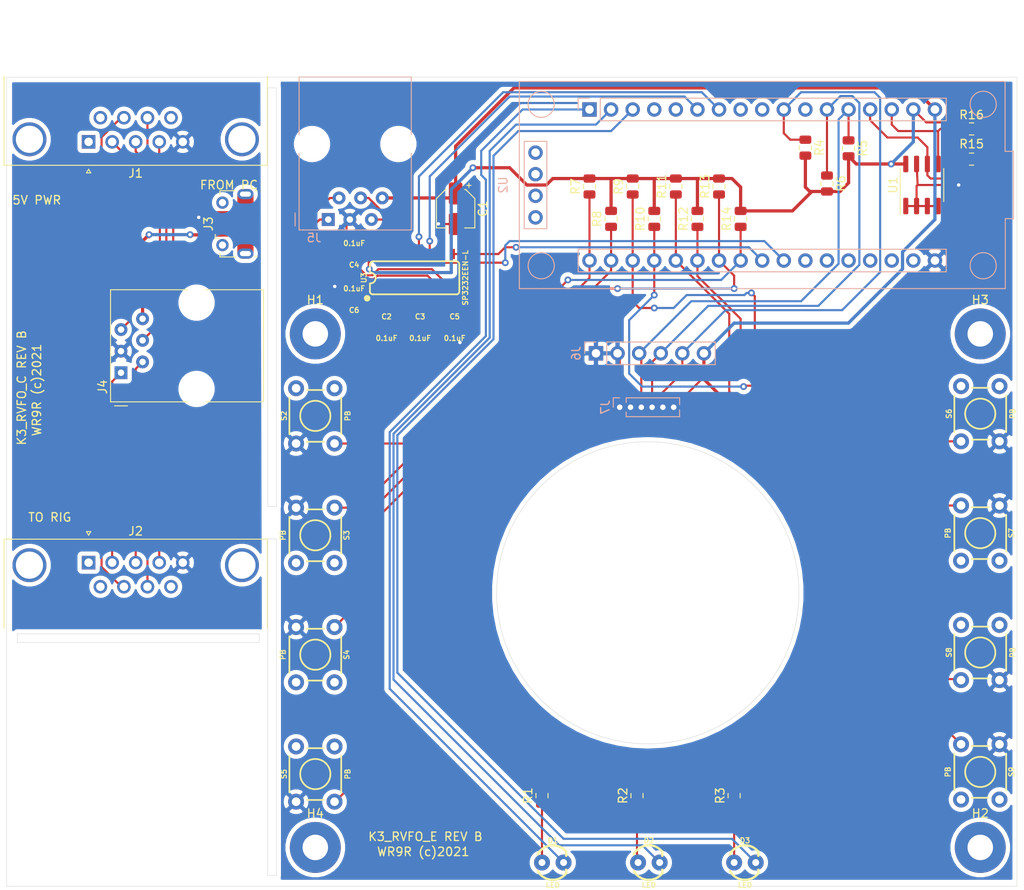
<source format=kicad_pcb>
(kicad_pcb (version 20171130) (host pcbnew "(5.1.5)-3")
  (layers (0 F.Cu signal) (31 B.Cu signal) (34 B.Paste user) (35 F.Paste user) (36 B.SilkS user) (37 F.SilkS user) (38 B.Mask user) (39 F.Mask user) (44 Edge.Cuts user))
  (net 0 "")
  (net 1 GND)
  (net 2 VCC)
  (net 3 "Net-(C2-Pad2)")
  (net 4 "Net-(C2-Pad1)")
  (net 5 "Net-(C3-Pad2)")
  (net 6 "Net-(C3-Pad1)")
  (net 7 "Net-(C5-Pad1)")
  (net 8 "Net-(C6-Pad1)")
  (net 9 "Net-(J1-Pad8)")
  (net 10 "Net-(J1-Pad7)")
  (net 11 "Net-(J1-Pad4)")
  (net 12 /PCRX)
  (net 13 /PCTX)
  (net 14 /RADTX)
  (net 15 /RADRX)
  (net 16 "Net-(J3-Pad6)")
  (net 17 /eRADRX)
  (net 18 /eRADTX)
  (net 19 /ePCRX)
  (net 20 /ePCTX)
  (net 21 /RX1)
  (net 22 /TX1)
  (net 23 /TX2)
  (net 24 /RX2)
  (net 25 +3V3)
  (net 26 "Net-(R7-Pad1)")
  (net 27 "Net-(R8-Pad1)")
  (net 28 "Net-(R9-Pad1)")
  (net 29 "Net-(R10-Pad1)")
  (net 30 "Net-(R11-Pad1)")
  (net 31 "Net-(R12-Pad1)")
  (net 32 "Net-(R13-Pad1)")
  (net 33 "Net-(R14-Pad1)")
  (net 34 /iGND)
  (net 35 "Net-(J3-Pad1)")
  (net 36 "Net-(R15-Pad1)")
  (net 37 "Net-(R16-Pad1)")
  (net 38 "Net-(D1-Pad2)")
  (net 39 "Net-(D2-Pad2)")
  (net 40 "Net-(D3-Pad2)")
  (net 41 "Net-(D3-Pad1)")
  (net 42 "Net-(D2-Pad1)")
  (net 43 "Net-(D1-Pad1)")
  (net 44 /PHA)
  (net 45 /PHB)
  (net 46 /EENT)
  (module Connector_PinHeader_1.27mm:PinHeader_1x06_P1.27mm_Vertical (layer B.Cu) (at 107.442 77.978 270)
    (fp_text reference J7 (at 0 1.695 270) (layer B.SilkS) (effects (justify mirror)))
    (fp_text value S9014E-06-ND)
    (pad 6 thru_hole oval (at 0 -6.35 270) (size 1 1) (drill 0.65) (layers *.Cu *.Mask) (net 2 VCC))
    (pad 5 thru_hole oval (at 0 -5.08 270) (size 1 1) (drill 0.65) (layers *.Cu *.Mask) (net 44 /PHA))
    (pad 4 thru_hole oval (at 0 -3.81 270) (size 1 1) (drill 0.65) (layers *.Cu *.Mask) (net 45 /PHB))
    (pad 3 thru_hole oval (at 0 -2.54 270) (size 1 1) (drill 0.65) (layers *.Cu *.Mask) (net 46 /EENT))
    (pad 2 thru_hole oval (at 0 -1.27 270) (size 1 1) (drill 0.65) (layers *.Cu *.Mask) (net 1 GND))
    (pad 1 thru_hole rect (at 0 0 270) (size 1 1) (drill 0.65) (layers *.Cu *.Mask) (net 1 GND))
  )
  (module Connector_RJ:RJ12_Amphenol_54601 (layer F.Cu) (at 48.768 73.914 90)
    (fp_text reference J4 (at -1.67 -2.16 90) (layer F.SilkS))
    (fp_text value RJ12)
    (pad 1 thru_hole rect (at 0 0 90) (size 1.52 1.52) (drill 0.76) (layers *.Cu *.Mask) (net 15 /RADRX))
    (pad "" np_thru_hole circle (at -1.91 8.89 90) (size 3.25 3.25) (drill 3.25) (layers *.Cu *.Mask))
    (pad 2 thru_hole circle (at 1.27 2.54 90) (size 1.52 1.52) (drill 0.76) (layers *.Cu *.Mask) (net 14 /RADTX))
    (pad 3 thru_hole circle (at 2.54 0 90) (size 1.52 1.52) (drill 0.76) (layers *.Cu *.Mask) (net 34 /iGND))
    (pad 4 thru_hole circle (at 3.81 2.54 90) (size 1.52 1.52) (drill 0.76) (layers *.Cu *.Mask) (net 12 /PCRX))
    (pad 5 thru_hole circle (at 5.08 0 90) (size 1.52 1.52) (drill 0.76) (layers *.Cu *.Mask) (net 13 /PCTX))
    (pad 6 thru_hole circle (at 6.35 2.54 90) (size 1.52 1.52) (drill 0.76) (layers *.Cu *.Mask) (net 35 "Net-(J3-Pad1)"))
    (pad "" np_thru_hole circle (at 8.25 8.89 90) (size 3.25 3.25) (drill 3.25) (layers *.Cu *.Mask))
  )
  (module Resistor_SMD:R_0805_2012Metric (layer F.Cu) (at 148.844 45.212)
    (fp_text reference R16 (at 0 -1.65) (layer F.SilkS))
    (fp_text value 2.2K)
    (pad 2 smd roundrect (at 0.9375 0) (size 0.975 1.4) (layers F.Cu F.Paste F.Mask) (net 25 +3V3))
    (pad 1 smd roundrect (at -0.9375 0) (size 0.975 1.4) (layers F.Cu F.Paste F.Mask) (net 37 "Net-(R16-Pad1)"))
  )
  (module Resistor_SMD:R_0805_2012Metric (layer F.Cu) (at 148.844 48.768)
    (fp_text reference R15 (at 0 -1.778) (layer F.SilkS))
    (fp_text value 2.2K)
    (pad 2 smd roundrect (at 0.9375 0) (size 0.975 1.4) (layers F.Cu F.Paste F.Mask) (net 25 +3V3))
    (pad 1 smd roundrect (at -0.9375 0) (size 0.975 1.4) (layers F.Cu F.Paste F.Mask) (net 36 "Net-(R15-Pad1)"))
  )
  (module Connector_PinHeader_2.54mm:PinHeader_1x06_P2.54mm_Vertical (layer B.Cu) (at 104.648 71.628 270)
    (fp_text reference J6 (at 0 2.33 270) (layer B.SilkS) (effects (justify mirror)))
    (fp_text value C14N32P-C3)
    (pad 6 thru_hole oval (at 0 -12.7 270) (size 1.7 1.7) (drill 1) (layers *.Cu *.Mask) (net 2 VCC))
    (pad 5 thru_hole oval (at 0 -10.16 270) (size 1.7 1.7) (drill 1) (layers *.Cu *.Mask) (net 44 /PHA))
    (pad 4 thru_hole oval (at 0 -7.62 270) (size 1.7 1.7) (drill 1) (layers *.Cu *.Mask) (net 45 /PHB))
    (pad 3 thru_hole oval (at 0 -5.08 270) (size 1.7 1.7) (drill 1) (layers *.Cu *.Mask) (net 46 /EENT))
    (pad 2 thru_hole oval (at 0 -2.54 270) (size 1.7 1.7) (drill 1) (layers *.Cu *.Mask) (net 1 GND))
    (pad 1 thru_hole rect (at 0 0 270) (size 1.7 1.7) (drill 1) (layers *.Cu *.Mask) (net 1 GND))
  )
  (module Capacitor_SMD:CP_Elec_4x5.7 (layer F.Cu) (at 88.138 54.61 270)
    (fp_text reference C1 (at 0 -3.2 90) (layer F.SilkS))
    (fp_text value 10uF)
    (pad 2 smd roundrect (at 1.8 0 270) (size 2.6 1.6) (layers F.Cu F.Paste F.Mask) (roundrect_rratio 0.15625) (net 1 GND))
    (pad 1 smd roundrect (at -1.8 0 270) (size 2.6 1.6) (layers F.Cu F.Paste F.Mask) (roundrect_rratio 0.15625) (net 2 VCC))
  )
  (module Resistor_SMD:R_0805_2012Metric (layer F.Cu) (at 121.666 55.8015 90)
    (fp_text reference R14 (at 0 -1.65 90) (layer F.SilkS))
    (fp_text value 2.2K)
    (pad 2 smd roundrect (at 0.9375 0 90) (size 0.975 1.4) (layers F.Cu F.Paste F.Mask) (net 25 +3V3))
    (pad 1 smd roundrect (at -0.9375 0 90) (size 0.975 1.4) (layers F.Cu F.Paste F.Mask) (net 33 "Net-(R14-Pad1)"))
  )
  (module Resistor_SMD:R_0805_2012Metric (layer F.Cu) (at 119.126 51.9915 90)
    (fp_text reference R13 (at 0 -1.65 90) (layer F.SilkS))
    (fp_text value 2.2K)
    (pad 2 smd roundrect (at 0.9375 0 90) (size 0.975 1.4) (layers F.Cu F.Paste F.Mask) (net 25 +3V3))
    (pad 1 smd roundrect (at -0.9375 0 90) (size 0.975 1.4) (layers F.Cu F.Paste F.Mask) (net 32 "Net-(R13-Pad1)"))
  )
  (module Resistor_SMD:R_0805_2012Metric (layer F.Cu) (at 116.586 55.8015 90)
    (fp_text reference R12 (at 0 -1.65 90) (layer F.SilkS))
    (fp_text value 2.2K)
    (pad 2 smd roundrect (at 0.9375 0 90) (size 0.975 1.4) (layers F.Cu F.Paste F.Mask) (net 25 +3V3))
    (pad 1 smd roundrect (at -0.9375 0 90) (size 0.975 1.4) (layers F.Cu F.Paste F.Mask) (net 31 "Net-(R12-Pad1)"))
  )
  (module Resistor_SMD:R_0805_2012Metric (layer F.Cu) (at 114.046 51.9915 90)
    (fp_text reference R11 (at 0 -1.65 90) (layer F.SilkS))
    (fp_text value 2.2K)
    (pad 2 smd roundrect (at 0.9375 0 90) (size 0.975 1.4) (layers F.Cu F.Paste F.Mask) (net 25 +3V3))
    (pad 1 smd roundrect (at -0.9375 0 90) (size 0.975 1.4) (layers F.Cu F.Paste F.Mask) (net 30 "Net-(R11-Pad1)"))
  )
  (module Resistor_SMD:R_0805_2012Metric (layer F.Cu) (at 111.506 55.8015 90)
    (fp_text reference R10 (at 0 -1.65 90) (layer F.SilkS))
    (fp_text value 2.2K)
    (pad 2 smd roundrect (at 0.9375 0 90) (size 0.975 1.4) (layers F.Cu F.Paste F.Mask) (net 25 +3V3))
    (pad 1 smd roundrect (at -0.9375 0 90) (size 0.975 1.4) (layers F.Cu F.Paste F.Mask) (net 29 "Net-(R10-Pad1)"))
  )
  (module Resistor_SMD:R_0805_2012Metric (layer F.Cu) (at 108.966 51.9915 90)
    (fp_text reference R9 (at 0 -1.65 90) (layer F.SilkS))
    (fp_text value 2.2K)
    (pad 2 smd roundrect (at 0.9375 0 90) (size 0.975 1.4) (layers F.Cu F.Paste F.Mask) (net 25 +3V3))
    (pad 1 smd roundrect (at -0.9375 0 90) (size 0.975 1.4) (layers F.Cu F.Paste F.Mask) (net 28 "Net-(R9-Pad1)"))
  )
  (module Resistor_SMD:R_0805_2012Metric (layer F.Cu) (at 106.426 55.8015 90)
    (fp_text reference R8 (at 0 -1.65 90) (layer F.SilkS))
    (fp_text value 2.2K)
    (pad 2 smd roundrect (at 0.9375 0 90) (size 0.975 1.4) (layers F.Cu F.Paste F.Mask) (net 25 +3V3))
    (pad 1 smd roundrect (at -0.9375 0 90) (size 0.975 1.4) (layers F.Cu F.Paste F.Mask) (net 27 "Net-(R8-Pad1)"))
  )
  (module Resistor_SMD:R_0805_2012Metric (layer F.Cu) (at 103.886 51.9915 90)
    (fp_text reference R7 (at 0 -1.65 90) (layer F.SilkS))
    (fp_text value 2.2K)
    (pad 2 smd roundrect (at 0.9375 0 90) (size 0.975 1.4) (layers F.Cu F.Paste F.Mask) (net 25 +3V3))
    (pad 1 smd roundrect (at -0.9375 0 90) (size 0.975 1.4) (layers F.Cu F.Paste F.Mask) (net 26 "Net-(R7-Pad1)"))
  )
  (module Resistor_SMD:R_0805_2012Metric (layer F.Cu) (at 131.826 51.6405 270)
    (fp_text reference R6 (at 0 -1.65 90) (layer F.SilkS))
    (fp_text value 2.2K)
    (pad 2 smd roundrect (at 0.9375 0 270) (size 0.975 1.4) (layers F.Cu F.Paste F.Mask) (net 25 +3V3))
    (pad 1 smd roundrect (at -0.9375 0 270) (size 0.975 1.4) (layers F.Cu F.Paste F.Mask) (net 45 /PHB))
  )
  (module Resistor_SMD:R_0805_2012Metric (layer F.Cu) (at 134.366 47.498 270)
    (fp_text reference R5 (at 0 -1.65 90) (layer F.SilkS))
    (fp_text value 2.2K)
    (pad 2 smd roundrect (at 0.9375 0 270) (size 0.975 1.4) (layers F.Cu F.Paste F.Mask) (net 25 +3V3))
    (pad 1 smd roundrect (at -0.9375 0 270) (size 0.975 1.4) (layers F.Cu F.Paste F.Mask) (net 46 /EENT))
  )
  (module Resistor_SMD:R_0805_2012Metric (layer F.Cu) (at 129.286 47.4195 270)
    (fp_text reference R4 (at 0 -1.65 90) (layer F.SilkS))
    (fp_text value 2.2K)
    (pad 2 smd roundrect (at 0.9375 0 270) (size 0.975 1.4) (layers F.Cu F.Paste F.Mask) (net 25 +3V3))
    (pad 1 smd roundrect (at -0.9375 0 270) (size 0.975 1.4) (layers F.Cu F.Paste F.Mask) (net 44 /PHA))
  )
  (module MountingHole:MountingHole_3mm_Pad (layer F.Cu) (at 71.628 129.794)
    (fp_text reference H4 (at 0 -4) (layer F.SilkS))
    (fp_text value MountingHole)
    (pad 1 thru_hole circle (at 0 0) (size 6 6) (drill 3) (layers *.Cu *.Mask))
  )
  (module MountingHole:MountingHole_3mm_Pad (layer F.Cu) (at 149.86 69.342)
    (fp_text reference H3 (at 0 -4) (layer F.SilkS))
    (fp_text value MountingHole)
    (pad 1 thru_hole circle (at 0 0) (size 6 6) (drill 3) (layers *.Cu *.Mask))
  )
  (module MountingHole:MountingHole_3mm_Pad (layer F.Cu) (at 149.86 129.794)
    (fp_text reference H2 (at 0 -4) (layer F.SilkS))
    (fp_text value MountingHole)
    (pad 1 thru_hole circle (at 0 0) (size 6 6) (drill 3) (layers *.Cu *.Mask))
  )
  (module MountingHole:MountingHole_3mm_Pad (layer F.Cu) (at 71.628 69.342)
    (fp_text reference H1 (at 0 -4) (layer F.SilkS))
    (fp_text value MountingHole)
    (pad 1 thru_hole circle (at 0 0) (size 6 6) (drill 3) (layers *.Cu *.Mask))
  )
  (module BlackAndBlue:YAAJ_BlackPill_SWD_2 (layer B.Cu) (at 103.886 42.926 270)
    (fp_text reference U2 (at 8.89 10.16 270) (layer B.SilkS) (effects (justify mirror)))
    (fp_text value YAAJ_BlackPill_Part_Like_SWD_Breakout hide)
    (pad 17 thru_hole circle (at 0 -40.64 270) (size 1.7 1.7) (drill 1) (layers *.Cu *.Mask) (net 2 VCC))
    (pad 18 thru_hole circle (at 17.78 -40.64 270) (size 1.7 1.7) (drill 1) (layers *.Cu *.Mask) (net 1 GND))
    (pad 16 thru_hole circle (at 0 -38.1 270) (size 1.7 1.7) (drill 1) (layers *.Cu *.Mask) (net 25 +3V3))
    (pad 19 thru_hole circle (at 17.78 -38.1 270) (size 1.7 1.7) (drill 1) (layers *.Cu *.Mask))
    (pad 15 thru_hole circle (at 0 -35.56 270) (size 1.7 1.7) (drill 1) (layers *.Cu *.Mask) (net 37 "Net-(R16-Pad1)"))
    (pad 20 thru_hole circle (at 17.78 -35.56 270) (size 1.7 1.7) (drill 1) (layers *.Cu *.Mask))
    (pad 14 thru_hole circle (at 0 -33.02 270) (size 1.7 1.7) (drill 1) (layers *.Cu *.Mask) (net 36 "Net-(R15-Pad1)"))
    (pad 21 thru_hole circle (at 17.78 -33.02 270) (size 1.7 1.7) (drill 1) (layers *.Cu *.Mask))
    (pad 13 thru_hole circle (at 0 -30.48 270) (size 1.7 1.7) (drill 1) (layers *.Cu *.Mask) (net 46 /EENT))
    (pad 22 thru_hole circle (at 17.78 -30.48 270) (size 1.7 1.7) (drill 1) (layers *.Cu *.Mask))
    (pad 12 thru_hole circle (at 0 -27.94 270) (size 1.7 1.7) (drill 1) (layers *.Cu *.Mask) (net 45 /PHB))
    (pad 23 thru_hole circle (at 17.78 -27.94 270) (size 1.7 1.7) (drill 1) (layers *.Cu *.Mask))
    (pad 11 thru_hole circle (at 0 -25.4 270) (size 1.7 1.7) (drill 1) (layers *.Cu *.Mask))
    (pad 24 thru_hole circle (at 17.78 -25.4 270) (size 1.7 1.7) (drill 1) (layers *.Cu *.Mask))
    (pad 10 thru_hole circle (at 0 -22.86 270) (size 1.7 1.7) (drill 1) (layers *.Cu *.Mask) (net 44 /PHA))
    (pad 25 thru_hole circle (at 17.78 -22.86 270) (size 1.7 1.7) (drill 1) (layers *.Cu *.Mask) (net 23 /TX2))
    (pad 9 thru_hole circle (at 0 -20.32 270) (size 1.7 1.7) (drill 1) (layers *.Cu *.Mask))
    (pad 26 thru_hole circle (at 17.78 -20.32 270) (size 1.7 1.7) (drill 1) (layers *.Cu *.Mask) (net 24 /RX2))
    (pad 8 thru_hole circle (at 0 -17.78 270) (size 1.7 1.7) (drill 1) (layers *.Cu *.Mask))
    (pad 27 thru_hole circle (at 17.78 -17.78 270) (size 1.7 1.7) (drill 1) (layers *.Cu *.Mask) (net 33 "Net-(R14-Pad1)"))
    (pad 7 thru_hole circle (at 0 -15.24 270) (size 1.7 1.7) (drill 1) (layers *.Cu *.Mask) (net 21 /RX1))
    (pad 28 thru_hole circle (at 17.78 -15.24 270) (size 1.7 1.7) (drill 1) (layers *.Cu *.Mask) (net 32 "Net-(R13-Pad1)"))
    (pad 6 thru_hole circle (at 0 -12.7 270) (size 1.7 1.7) (drill 1) (layers *.Cu *.Mask) (net 22 /TX1))
    (pad 29 thru_hole circle (at 17.78 -12.7 270) (size 1.7 1.7) (drill 1) (layers *.Cu *.Mask) (net 31 "Net-(R12-Pad1)"))
    (pad 5 thru_hole circle (at 0 -10.16 270) (size 1.7 1.7) (drill 1) (layers *.Cu *.Mask))
    (pad 30 thru_hole circle (at 17.78 -10.16 270) (size 1.7 1.7) (drill 1) (layers *.Cu *.Mask) (net 30 "Net-(R11-Pad1)"))
    (pad 4 thru_hole circle (at 0 -7.62 270) (size 1.7 1.7) (drill 1) (layers *.Cu *.Mask))
    (pad 31 thru_hole circle (at 17.78 -7.62 270) (size 1.7 1.7) (drill 1) (layers *.Cu *.Mask) (net 29 "Net-(R10-Pad1)"))
    (pad 3 thru_hole circle (at 0 -5.08 270) (size 1.7 1.7) (drill 1) (layers *.Cu *.Mask) (net 41 "Net-(D3-Pad1)"))
    (pad 32 thru_hole circle (at 17.78 -5.08 270) (size 1.7 1.7) (drill 1) (layers *.Cu *.Mask) (net 28 "Net-(R9-Pad1)"))
    (pad 2 thru_hole circle (at 0 -2.54 270) (size 1.7 1.7) (drill 1) (layers *.Cu *.Mask) (net 42 "Net-(D2-Pad1)"))
    (pad 33 thru_hole circle (at 17.78 -2.54 270) (size 1.7 1.7) (drill 1) (layers *.Cu *.Mask) (net 27 "Net-(R8-Pad1)"))
    (pad 1 thru_hole rect (at 0 0 270) (size 1.7 1.7) (drill 1) (layers *.Cu *.Mask) (net 43 "Net-(D1-Pad1)"))
    (pad 34 thru_hole circle (at 17.78 0 270) (size 1.7 1.7) (drill 1) (layers *.Cu *.Mask) (net 26 "Net-(R7-Pad1)"))
    (pad 35 thru_hole circle (at 12.7 6.35 270) (size 1.7 1.7) (drill 1) (layers *.Cu *.Mask))
    (pad 36 thru_hole circle (at 10.16 6.35 270) (size 1.7 1.7) (drill 1) (layers *.Cu *.Mask))
    (pad 37 thru_hole circle (at 7.62 6.35 270) (size 1.7 1.7) (drill 1) (layers *.Cu *.Mask))
    (pad 38 thru_hole circle (at 5.08 6.35 270) (size 1.7 1.7) (drill 1) (layers *.Cu *.Mask))
  )
  (module Silicon-Standard:SO16 (layer F.Cu) (at 83.312 62.738)
    (fp_text reference U3 (at -5.969 0 90) (layer F.SilkS) (effects (font (size 0.6096 0.6096) (thickness 0.127))))
    (fp_text value SP3232EEN-L (at 5.969 0 90) (layer F.SilkS) (effects (font (size 0.6096 0.6096) (thickness 0.127))))
    (pad 16 smd rect (at -4.445 -2.79908) (size 0.59944 1.19888) (layers F.Cu F.Paste F.Mask) (net 25 +3V3))
    (pad 15 smd rect (at -3.175 -2.79908) (size 0.59944 1.19888) (layers F.Cu F.Paste F.Mask) (net 1 GND))
    (pad 14 smd rect (at -1.905 -2.79908) (size 0.59944 1.19888) (layers F.Cu F.Paste F.Mask) (net 20 /ePCTX))
    (pad 13 smd rect (at -0.635 -2.79908) (size 0.59944 1.19888) (layers F.Cu F.Paste F.Mask) (net 19 /ePCRX))
    (pad 12 smd rect (at 0.635 -2.79908) (size 0.59944 1.19888) (layers F.Cu F.Paste F.Mask) (net 21 /RX1))
    (pad 11 smd rect (at 1.905 -2.79908) (size 0.59944 1.19888) (layers F.Cu F.Paste F.Mask) (net 22 /TX1))
    (pad 10 smd rect (at 3.175 -2.79908) (size 0.59944 1.19888) (layers F.Cu F.Paste F.Mask) (net 23 /TX2))
    (pad 9 smd rect (at 4.445 -2.79908) (size 0.59944 1.19888) (layers F.Cu F.Paste F.Mask) (net 24 /RX2))
    (pad 8 smd rect (at 4.445 2.79908) (size 0.59944 1.19888) (layers F.Cu F.Paste F.Mask) (net 17 /eRADRX))
    (pad 7 smd rect (at 3.175 2.79908) (size 0.59944 1.19888) (layers F.Cu F.Paste F.Mask) (net 18 /eRADTX))
    (pad 6 smd rect (at 1.905 2.79908) (size 0.59944 1.19888) (layers F.Cu F.Paste F.Mask) (net 7 "Net-(C5-Pad1)"))
    (pad 5 smd rect (at 0.635 2.79908) (size 0.59944 1.19888) (layers F.Cu F.Paste F.Mask) (net 5 "Net-(C3-Pad2)"))
    (pad 4 smd rect (at -0.635 2.79908) (size 0.59944 1.19888) (layers F.Cu F.Paste F.Mask) (net 6 "Net-(C3-Pad1)"))
    (pad 3 smd rect (at -1.905 2.79908) (size 0.59944 1.19888) (layers F.Cu F.Paste F.Mask) (net 3 "Net-(C2-Pad2)"))
    (pad 2 smd rect (at -3.175 2.79908) (size 0.59944 1.19888) (layers F.Cu F.Paste F.Mask) (net 8 "Net-(C6-Pad1)"))
    (pad 1 smd rect (at -4.445 2.79908) (size 0.59944 1.19888) (layers F.Cu F.Paste F.Mask) (net 4 "Net-(C2-Pad1)"))
  )
  (module Package_SO:SOIC-8_3.9x4.9mm_P1.27mm (layer F.Cu) (at 143.002 51.816 90)
    (fp_text reference U1 (at 0 -3.4 90) (layer F.SilkS))
    (fp_text value AT24CS32-SSHM)
    (pad 8 smd roundrect (at 2.475 -1.905 90) (size 1.95 0.6) (layers F.Cu F.Paste F.Mask) (net 25 +3V3))
    (pad 7 smd roundrect (at 2.475 -0.635 90) (size 1.95 0.6) (layers F.Cu F.Paste F.Mask) (net 1 GND))
    (pad 6 smd roundrect (at 2.475 0.635 90) (size 1.95 0.6) (layers F.Cu F.Paste F.Mask) (net 36 "Net-(R15-Pad1)"))
    (pad 5 smd roundrect (at 2.475 1.905 90) (size 1.95 0.6) (layers F.Cu F.Paste F.Mask) (net 37 "Net-(R16-Pad1)"))
    (pad 4 smd roundrect (at -2.475 1.905 90) (size 1.95 0.6) (layers F.Cu F.Paste F.Mask) (net 1 GND))
    (pad 3 smd roundrect (at -2.475 0.635 90) (size 1.95 0.6) (layers F.Cu F.Paste F.Mask) (net 1 GND))
    (pad 2 smd roundrect (at -2.475 -0.635 90) (size 1.95 0.6) (layers F.Cu F.Paste F.Mask) (net 1 GND))
    (pad 1 smd roundrect (at -2.475 -1.905 90) (size 1.95 0.6) (layers F.Cu F.Paste F.Mask) (net 1 GND))
  )
  (module Switches:TACTILE_SWITCH_PTH_6.0MM (layer F.Cu) (at 149.86 120.904 270)
    (fp_text reference S9 (at 0 -3.683 90) (layer F.SilkS) (effects (font (size 0.6096 0.6096) (thickness 0.127))))
    (fp_text value PB (at 0 3.81 90) (layer F.SilkS) (effects (font (size 0.6096 0.6096) (thickness 0.127))))
    (pad 4 thru_hole circle (at 3.2512 2.2606 270) (size 1.8796 1.8796) (drill 1.016) (layers *.Cu *.Mask))
    (pad 3 thru_hole circle (at -3.2512 2.2606 270) (size 1.8796 1.8796) (drill 1.016) (layers *.Cu *.Mask) (net 30 "Net-(R11-Pad1)"))
    (pad 2 thru_hole circle (at 3.2512 -2.2606 270) (size 1.8796 1.8796) (drill 1.016) (layers *.Cu *.Mask))
    (pad 1 thru_hole circle (at -3.2512 -2.2606 270) (size 1.8796 1.8796) (drill 1.016) (layers *.Cu *.Mask) (net 1 GND))
  )
  (module Switches:TACTILE_SWITCH_PTH_6.0MM (layer F.Cu) (at 149.86 106.849332 90)
    (fp_text reference S8 (at 0 -3.683 90) (layer F.SilkS) (effects (font (size 0.6096 0.6096) (thickness 0.127))))
    (fp_text value PB (at 0 3.81 90) (layer F.SilkS) (effects (font (size 0.6096 0.6096) (thickness 0.127))))
    (pad 4 thru_hole circle (at 3.2512 2.2606 90) (size 1.8796 1.8796) (drill 1.016) (layers *.Cu *.Mask))
    (pad 3 thru_hole circle (at -3.2512 2.2606 90) (size 1.8796 1.8796) (drill 1.016) (layers *.Cu *.Mask) (net 1 GND))
    (pad 2 thru_hole circle (at 3.2512 -2.2606 90) (size 1.8796 1.8796) (drill 1.016) (layers *.Cu *.Mask))
    (pad 1 thru_hole circle (at -3.2512 -2.2606 90) (size 1.8796 1.8796) (drill 1.016) (layers *.Cu *.Mask) (net 29 "Net-(R10-Pad1)"))
  )
  (module Switches:TACTILE_SWITCH_PTH_6.0MM (layer F.Cu) (at 149.86 92.794666 270)
    (fp_text reference S7 (at 0 -3.683 90) (layer F.SilkS) (effects (font (size 0.6096 0.6096) (thickness 0.127))))
    (fp_text value PB (at 0 3.81 90) (layer F.SilkS) (effects (font (size 0.6096 0.6096) (thickness 0.127))))
    (pad 4 thru_hole circle (at 3.2512 2.2606 270) (size 1.8796 1.8796) (drill 1.016) (layers *.Cu *.Mask))
    (pad 3 thru_hole circle (at -3.2512 2.2606 270) (size 1.8796 1.8796) (drill 1.016) (layers *.Cu *.Mask) (net 31 "Net-(R12-Pad1)"))
    (pad 2 thru_hole circle (at 3.2512 -2.2606 270) (size 1.8796 1.8796) (drill 1.016) (layers *.Cu *.Mask))
    (pad 1 thru_hole circle (at -3.2512 -2.2606 270) (size 1.8796 1.8796) (drill 1.016) (layers *.Cu *.Mask) (net 1 GND))
  )
  (module Switches:TACTILE_SWITCH_PTH_6.0MM (layer F.Cu) (at 149.86 78.74 90)
    (fp_text reference S6 (at 0 -3.683 90) (layer F.SilkS) (effects (font (size 0.6096 0.6096) (thickness 0.127))))
    (fp_text value PB (at 0 3.81 90) (layer F.SilkS) (effects (font (size 0.6096 0.6096) (thickness 0.127))))
    (pad 4 thru_hole circle (at 3.2512 2.2606 90) (size 1.8796 1.8796) (drill 1.016) (layers *.Cu *.Mask))
    (pad 3 thru_hole circle (at -3.2512 2.2606 90) (size 1.8796 1.8796) (drill 1.016) (layers *.Cu *.Mask) (net 1 GND))
    (pad 2 thru_hole circle (at 3.2512 -2.2606 90) (size 1.8796 1.8796) (drill 1.016) (layers *.Cu *.Mask))
    (pad 1 thru_hole circle (at -3.2512 -2.2606 90) (size 1.8796 1.8796) (drill 1.016) (layers *.Cu *.Mask) (net 28 "Net-(R9-Pad1)"))
  )
  (module Switches:TACTILE_SWITCH_PTH_6.0MM (layer F.Cu) (at 71.628 121.158 90)
    (fp_text reference S5 (at 0 -3.683 90) (layer F.SilkS) (effects (font (size 0.6096 0.6096) (thickness 0.127))))
    (fp_text value PB (at 0 3.81 90) (layer F.SilkS) (effects (font (size 0.6096 0.6096) (thickness 0.127))))
    (pad 4 thru_hole circle (at 3.2512 2.2606 90) (size 1.8796 1.8796) (drill 1.016) (layers *.Cu *.Mask))
    (pad 3 thru_hole circle (at -3.2512 2.2606 90) (size 1.8796 1.8796) (drill 1.016) (layers *.Cu *.Mask) (net 32 "Net-(R13-Pad1)"))
    (pad 2 thru_hole circle (at 3.2512 -2.2606 90) (size 1.8796 1.8796) (drill 1.016) (layers *.Cu *.Mask))
    (pad 1 thru_hole circle (at -3.2512 -2.2606 90) (size 1.8796 1.8796) (drill 1.016) (layers *.Cu *.Mask) (net 1 GND))
  )
  (module Switches:TACTILE_SWITCH_PTH_6.0MM (layer F.Cu) (at 71.628 107.103332 270)
    (fp_text reference S4 (at 0 -3.683 90) (layer F.SilkS) (effects (font (size 0.6096 0.6096) (thickness 0.127))))
    (fp_text value PB (at 0 3.81 90) (layer F.SilkS) (effects (font (size 0.6096 0.6096) (thickness 0.127))))
    (pad 4 thru_hole circle (at 3.2512 2.2606 270) (size 1.8796 1.8796) (drill 1.016) (layers *.Cu *.Mask))
    (pad 3 thru_hole circle (at -3.2512 2.2606 270) (size 1.8796 1.8796) (drill 1.016) (layers *.Cu *.Mask) (net 1 GND))
    (pad 2 thru_hole circle (at 3.2512 -2.2606 270) (size 1.8796 1.8796) (drill 1.016) (layers *.Cu *.Mask))
    (pad 1 thru_hole circle (at -3.2512 -2.2606 270) (size 1.8796 1.8796) (drill 1.016) (layers *.Cu *.Mask) (net 27 "Net-(R8-Pad1)"))
  )
  (module Switches:TACTILE_SWITCH_PTH_6.0MM (layer F.Cu) (at 71.628 93.048666 270)
    (fp_text reference S3 (at 0 -3.683 90) (layer F.SilkS) (effects (font (size 0.6096 0.6096) (thickness 0.127))))
    (fp_text value PB (at 0 3.81 90) (layer F.SilkS) (effects (font (size 0.6096 0.6096) (thickness 0.127))))
    (pad 4 thru_hole circle (at 3.2512 2.2606 270) (size 1.8796 1.8796) (drill 1.016) (layers *.Cu *.Mask))
    (pad 3 thru_hole circle (at -3.2512 2.2606 270) (size 1.8796 1.8796) (drill 1.016) (layers *.Cu *.Mask) (net 1 GND))
    (pad 2 thru_hole circle (at 3.2512 -2.2606 270) (size 1.8796 1.8796) (drill 1.016) (layers *.Cu *.Mask))
    (pad 1 thru_hole circle (at -3.2512 -2.2606 270) (size 1.8796 1.8796) (drill 1.016) (layers *.Cu *.Mask) (net 26 "Net-(R7-Pad1)"))
  )
  (module Switches:TACTILE_SWITCH_PTH_6.0MM (layer F.Cu) (at 71.628 78.994 90)
    (fp_text reference S2 (at 0 -3.683 90) (layer F.SilkS) (effects (font (size 0.6096 0.6096) (thickness 0.127))))
    (fp_text value PB (at 0 3.81 90) (layer F.SilkS) (effects (font (size 0.6096 0.6096) (thickness 0.127))))
    (pad 4 thru_hole circle (at 3.2512 2.2606 90) (size 1.8796 1.8796) (drill 1.016) (layers *.Cu *.Mask))
    (pad 3 thru_hole circle (at -3.2512 2.2606 90) (size 1.8796 1.8796) (drill 1.016) (layers *.Cu *.Mask) (net 33 "Net-(R14-Pad1)"))
    (pad 2 thru_hole circle (at 3.2512 -2.2606 90) (size 1.8796 1.8796) (drill 1.016) (layers *.Cu *.Mask))
    (pad 1 thru_hole circle (at -3.2512 -2.2606 90) (size 1.8796 1.8796) (drill 1.016) (layers *.Cu *.Mask) (net 1 GND))
  )
  (module Resistor_SMD:R_0805_2012Metric (layer F.Cu) (at 120.904 123.698 90)
    (fp_text reference R3 (at 0 -1.65 90) (layer F.SilkS))
    (fp_text value 2.2K)
    (pad 2 smd roundrect (at 0.9375 0 90) (size 0.975 1.4) (layers F.Cu F.Paste F.Mask) (net 2 VCC))
    (pad 1 smd roundrect (at -0.9375 0 90) (size 0.975 1.4) (layers F.Cu F.Paste F.Mask) (net 40 "Net-(D3-Pad2)"))
  )
  (module Resistor_SMD:R_0805_2012Metric (layer F.Cu) (at 109.474 123.698 90)
    (fp_text reference R2 (at 0 -1.65 90) (layer F.SilkS))
    (fp_text value 2.2K)
    (pad 2 smd roundrect (at 0.9375 0 90) (size 0.975 1.4) (layers F.Cu F.Paste F.Mask) (net 2 VCC))
    (pad 1 smd roundrect (at -0.9375 0 90) (size 0.975 1.4) (layers F.Cu F.Paste F.Mask) (net 39 "Net-(D2-Pad2)"))
  )
  (module Resistor_SMD:R_0805_2012Metric (layer F.Cu) (at 98.298 123.698 90)
    (fp_text reference R1 (at 0 -1.65 90) (layer F.SilkS))
    (fp_text value 2.2K)
    (pad 2 smd roundrect (at 0.9375 0 90) (size 0.975 1.4) (layers F.Cu F.Paste F.Mask) (net 2 VCC))
    (pad 1 smd roundrect (at -0.9375 0 90) (size 0.975 1.4) (layers F.Cu F.Paste F.Mask) (net 38 "Net-(D1-Pad2)"))
  )
  (module Connector_RJ:RJ12_Amphenol_54601 (layer B.Cu) (at 73.152 55.88)
    (fp_text reference J5 (at -1.67 2.16) (layer B.SilkS) (effects (justify mirror)))
    (fp_text value RJ12)
    (pad 1 thru_hole rect (at 0 0) (size 1.52 1.52) (drill 0.76) (layers *.Cu *.Mask) (net 17 /eRADRX))
    (pad "" np_thru_hole circle (at -1.91 -8.89) (size 3.25 3.25) (drill 3.25) (layers *.Cu *.Mask))
    (pad 2 thru_hole circle (at 1.27 -2.54) (size 1.52 1.52) (drill 0.76) (layers *.Cu *.Mask) (net 18 /eRADTX))
    (pad 3 thru_hole circle (at 2.54 0) (size 1.52 1.52) (drill 0.76) (layers *.Cu *.Mask) (net 1 GND))
    (pad 4 thru_hole circle (at 3.81 -2.54) (size 1.52 1.52) (drill 0.76) (layers *.Cu *.Mask) (net 19 /ePCRX))
    (pad 5 thru_hole circle (at 5.08 0) (size 1.52 1.52) (drill 0.76) (layers *.Cu *.Mask) (net 20 /ePCTX))
    (pad 6 thru_hole circle (at 6.35 -2.54) (size 1.52 1.52) (drill 0.76) (layers *.Cu *.Mask) (net 2 VCC))
    (pad "" np_thru_hole circle (at 8.25 -8.89) (size 3.25 3.25) (drill 3.25) (layers *.Cu *.Mask))
  )
  (module Connector_USB:USB_Micro-B_Molex-105017-0001 (layer F.Cu) (at 62.1685 56.388 90)
    (fp_text reference J3 (at 0 -3.1125 90) (layer F.SilkS))
    (fp_text value USB_B_Micro)
    (pad 6 smd rect (at -2.9 1.2375 90) (size 1.2 1.9) (layers F.Cu F.Mask) (net 16 "Net-(J3-Pad6)"))
    (pad 6 smd rect (at 2.9 1.2375 90) (size 1.2 1.9) (layers F.Cu F.Mask) (net 16 "Net-(J3-Pad6)"))
    (pad 6 thru_hole oval (at 3.5 1.2375 90) (size 1.2 1.9) (drill oval 0.6 1.3) (layers *.Cu *.Mask) (net 16 "Net-(J3-Pad6)"))
    (pad 6 thru_hole oval (at -3.5 1.2375 270) (size 1.2 1.9) (drill oval 0.6 1.3) (layers *.Cu *.Mask) (net 16 "Net-(J3-Pad6)"))
    (pad 6 smd rect (at -1 1.2375 90) (size 1.5 1.9) (layers F.Cu F.Paste F.Mask) (net 16 "Net-(J3-Pad6)"))
    (pad 6 thru_hole circle (at 2.5 -1.4625 90) (size 1.45 1.45) (drill 0.85) (layers *.Cu *.Mask) (net 16 "Net-(J3-Pad6)"))
    (pad 3 smd rect (at 0 -1.4625 90) (size 0.4 1.35) (layers F.Cu F.Paste F.Mask))
    (pad 4 smd rect (at 0.65 -1.4625 90) (size 0.4 1.35) (layers F.Cu F.Paste F.Mask) (net 34 /iGND))
    (pad 5 smd rect (at 1.3 -1.4625 90) (size 0.4 1.35) (layers F.Cu F.Paste F.Mask) (net 34 /iGND))
    (pad 1 smd rect (at -1.3 -1.4625 90) (size 0.4 1.35) (layers F.Cu F.Paste F.Mask) (net 35 "Net-(J3-Pad1)"))
    (pad 2 smd rect (at -0.65 -1.4625 90) (size 0.4 1.35) (layers F.Cu F.Paste F.Mask))
    (pad 6 thru_hole circle (at -2.5 -1.4625 90) (size 1.45 1.45) (drill 0.85) (layers *.Cu *.Mask) (net 16 "Net-(J3-Pad6)"))
    (pad 6 smd rect (at 1 1.2375 90) (size 1.5 1.9) (layers F.Cu F.Paste F.Mask) (net 16 "Net-(J3-Pad6)"))
  )
  (module Connector_Dsub:DSUB-9_Male_Horizontal_P2.77x2.84mm_EdgePinOffset4.94mm_Housed_MountingHolesOffset7.48mm (layer F.Cu) (at 44.958 96.266)
    (fp_text reference J2 (at 5.54 -3.7) (layer F.SilkS))
    (fp_text value DB9_Male)
    (pad 0 thru_hole circle (at 18.04 0.3) (size 4 4) (drill 3.2) (layers *.Cu *.Mask))
    (pad 0 thru_hole circle (at -6.96 0.3) (size 4 4) (drill 3.2) (layers *.Cu *.Mask))
    (pad 9 thru_hole circle (at 9.695 2.84) (size 1.6 1.6) (drill 1) (layers *.Cu *.Mask))
    (pad 8 thru_hole circle (at 6.925 2.84) (size 1.6 1.6) (drill 1) (layers *.Cu *.Mask) (net 9 "Net-(J1-Pad8)"))
    (pad 7 thru_hole circle (at 4.155 2.84) (size 1.6 1.6) (drill 1) (layers *.Cu *.Mask) (net 10 "Net-(J1-Pad7)"))
    (pad 6 thru_hole circle (at 1.385 2.84) (size 1.6 1.6) (drill 1) (layers *.Cu *.Mask))
    (pad 5 thru_hole circle (at 11.08 0) (size 1.6 1.6) (drill 1) (layers *.Cu *.Mask) (net 34 /iGND))
    (pad 4 thru_hole circle (at 8.31 0) (size 1.6 1.6) (drill 1) (layers *.Cu *.Mask) (net 11 "Net-(J1-Pad4)"))
    (pad 3 thru_hole circle (at 5.54 0) (size 1.6 1.6) (drill 1) (layers *.Cu *.Mask) (net 14 /RADTX))
    (pad 2 thru_hole circle (at 2.77 0) (size 1.6 1.6) (drill 1) (layers *.Cu *.Mask) (net 15 /RADRX))
    (pad 1 thru_hole rect (at 0 0) (size 1.6 1.6) (drill 1) (layers *.Cu *.Mask))
  )
  (module Connector_Dsub:DSUB-9_Female_Horizontal_P2.77x2.84mm_EdgePinOffset4.94mm_Housed_MountingHolesOffset7.48mm (layer F.Cu) (at 44.958 46.736 180)
    (fp_text reference J1 (at -5.54 -3.7) (layer F.SilkS))
    (fp_text value DB9_Female)
    (pad 0 thru_hole circle (at 6.96 0.3 180) (size 4 4) (drill 3.2) (layers *.Cu *.Mask))
    (pad 0 thru_hole circle (at -18.04 0.3 180) (size 4 4) (drill 3.2) (layers *.Cu *.Mask))
    (pad 9 thru_hole circle (at -9.695 2.84 180) (size 1.6 1.6) (drill 1) (layers *.Cu *.Mask))
    (pad 8 thru_hole circle (at -6.925 2.84 180) (size 1.6 1.6) (drill 1) (layers *.Cu *.Mask) (net 9 "Net-(J1-Pad8)"))
    (pad 7 thru_hole circle (at -4.155 2.84 180) (size 1.6 1.6) (drill 1) (layers *.Cu *.Mask) (net 10 "Net-(J1-Pad7)"))
    (pad 6 thru_hole circle (at -1.385 2.84 180) (size 1.6 1.6) (drill 1) (layers *.Cu *.Mask))
    (pad 5 thru_hole circle (at -11.08 0 180) (size 1.6 1.6) (drill 1) (layers *.Cu *.Mask) (net 34 /iGND))
    (pad 4 thru_hole circle (at -8.31 0 180) (size 1.6 1.6) (drill 1) (layers *.Cu *.Mask) (net 11 "Net-(J1-Pad4)"))
    (pad 3 thru_hole circle (at -5.54 0 180) (size 1.6 1.6) (drill 1) (layers *.Cu *.Mask) (net 12 /PCRX))
    (pad 2 thru_hole circle (at -2.77 0 180) (size 1.6 1.6) (drill 1) (layers *.Cu *.Mask) (net 13 /PCTX))
    (pad 1 thru_hole rect (at 0 0 180) (size 1.6 1.6) (drill 1) (layers *.Cu *.Mask))
  )
  (module LED:LED_3MM (layer F.Cu) (at 122.174 131.572)
    (fp_text reference D3 (at 0 -2.58826) (layer F.SilkS) (effects (font (size 0.6096 0.6096) (thickness 0.127))))
    (fp_text value LED (at 0 2.667) (layer F.SilkS) (effects (font (size 0.6096 0.6096) (thickness 0.127))))
    (pad 1 thru_hole circle (at 1.27 0) (size 1.8796 1.8796) (drill 0.8128) (layers *.Cu *.Mask) (net 41 "Net-(D3-Pad1)"))
    (pad 2 thru_hole circle (at -1.27 0) (size 1.8796 1.8796) (drill 0.8128) (layers *.Cu *.Mask) (net 40 "Net-(D3-Pad2)"))
  )
  (module LED:LED_3MM (layer F.Cu) (at 110.871 131.572)
    (fp_text reference D2 (at 0 -2.58826) (layer F.SilkS) (effects (font (size 0.6096 0.6096) (thickness 0.127))))
    (fp_text value LED (at 0 2.667) (layer F.SilkS) (effects (font (size 0.6096 0.6096) (thickness 0.127))))
    (pad 1 thru_hole circle (at 1.27 0) (size 1.8796 1.8796) (drill 0.8128) (layers *.Cu *.Mask) (net 42 "Net-(D2-Pad1)"))
    (pad 2 thru_hole circle (at -1.27 0) (size 1.8796 1.8796) (drill 0.8128) (layers *.Cu *.Mask) (net 39 "Net-(D2-Pad2)"))
  )
  (module LED:LED_3MM (layer F.Cu) (at 99.568 131.572)
    (fp_text reference D1 (at 0 -2.58826) (layer F.SilkS) (effects (font (size 0.6096 0.6096) (thickness 0.127))))
    (fp_text value LED (at 0 2.667) (layer F.SilkS) (effects (font (size 0.6096 0.6096) (thickness 0.127))))
    (pad 1 thru_hole circle (at 1.27 0) (size 1.8796 1.8796) (drill 0.8128) (layers *.Cu *.Mask) (net 43 "Net-(D1-Pad1)"))
    (pad 2 thru_hole circle (at -1.27 0) (size 1.8796 1.8796) (drill 0.8128) (layers *.Cu *.Mask) (net 38 "Net-(D1-Pad2)"))
  )
  (module Capacitors:0805 (layer F.Cu) (at 76.2 65.278 180)
    (fp_text reference C6 (at 0 -1.27) (layer F.SilkS) (effects (font (size 0.6096 0.6096) (thickness 0.127))))
    (fp_text value 0.1uF (at 0 1.27) (layer F.SilkS) (effects (font (size 0.6096 0.6096) (thickness 0.127))))
    (pad 2 smd rect (at 0.89916 0 180) (size 0.79756 1.19888) (layers F.Cu F.Paste F.Mask) (net 1 GND))
    (pad 1 smd rect (at -0.89916 0 180) (size 0.79756 1.19888) (layers F.Cu F.Paste F.Mask) (net 8 "Net-(C6-Pad1)"))
  )
  (module Capacitors:0805 (layer F.Cu) (at 88.02116 68.58)
    (fp_text reference C5 (at 0 -1.27) (layer F.SilkS) (effects (font (size 0.6096 0.6096) (thickness 0.127))))
    (fp_text value 0.1uF (at 0 1.27) (layer F.SilkS) (effects (font (size 0.6096 0.6096) (thickness 0.127))))
    (pad 2 smd rect (at 0.89916 0) (size 0.79756 1.19888) (layers F.Cu F.Paste F.Mask) (net 1 GND))
    (pad 1 smd rect (at -0.89916 0) (size 0.79756 1.19888) (layers F.Cu F.Paste F.Mask) (net 7 "Net-(C5-Pad1)"))
  )
  (module Capacitors:0805 (layer F.Cu) (at 76.2 59.944 180)
    (fp_text reference C4 (at 0 -1.27) (layer F.SilkS) (effects (font (size 0.6096 0.6096) (thickness 0.127))))
    (fp_text value 0.1uF (at 0 1.27) (layer F.SilkS) (effects (font (size 0.6096 0.6096) (thickness 0.127))))
    (pad 2 smd rect (at 0.89916 0 180) (size 0.79756 1.19888) (layers F.Cu F.Paste F.Mask) (net 1 GND))
    (pad 1 smd rect (at -0.89916 0 180) (size 0.79756 1.19888) (layers F.Cu F.Paste F.Mask) (net 25 +3V3))
  )
  (module Capacitors:0805 (layer F.Cu) (at 83.95716 68.58)
    (fp_text reference C3 (at 0 -1.27) (layer F.SilkS) (effects (font (size 0.6096 0.6096) (thickness 0.127))))
    (fp_text value 0.1uF (at 0 1.27) (layer F.SilkS) (effects (font (size 0.6096 0.6096) (thickness 0.127))))
    (pad 2 smd rect (at 0.89916 0) (size 0.79756 1.19888) (layers F.Cu F.Paste F.Mask) (net 5 "Net-(C3-Pad2)"))
    (pad 1 smd rect (at -0.89916 0) (size 0.79756 1.19888) (layers F.Cu F.Paste F.Mask) (net 6 "Net-(C3-Pad1)"))
  )
  (module Capacitors:0805 (layer F.Cu) (at 80.01 68.58)
    (fp_text reference C2 (at 0 -1.27) (layer F.SilkS) (effects (font (size 0.6096 0.6096) (thickness 0.127))))
    (fp_text value 0.1uF (at 0 1.27) (layer F.SilkS) (effects (font (size 0.6096 0.6096) (thickness 0.127))))
    (pad 2 smd rect (at 0.89916 0) (size 0.79756 1.19888) (layers F.Cu F.Paste F.Mask) (net 3 "Net-(C2-Pad2)"))
    (pad 1 smd rect (at -0.89916 0) (size 0.79756 1.19888) (layers F.Cu F.Paste F.Mask) (net 4 "Net-(C2-Pad1)"))
  )
  (gr_line (start 65.024 104.648) (end 36.576 104.648) (layer Edge.Cuts) (width 0.05))
  (gr_line (start 65.024 105.664) (end 65.024 104.648) (layer Edge.Cuts) (width 0.05))
  (gr_line (start 36.576 105.664) (end 65.024 105.664) (layer Edge.Cuts) (width 0.05))
  (gr_line (start 36.576 104.648) (end 36.576 105.664) (layer Edge.Cuts) (width 0.05))
  (gr_text "5V PWR" (at 38.862 53.594) (layer F.SilkS) (effects (font (size 1 1))))
  (gr_text "FROM PC\n" (at 61.468 51.816) (layer F.SilkS) (effects (font (size 1 1))))
  (gr_text "TO RIG\n" (at 40.386 90.932) (layer F.SilkS) (effects (font (size 1 1))))
  (gr_text "K3_RVFO_E REV B" (at 84.582 128.524) (layer F.SilkS) (effects (font (size 1 1))))
  (gr_text "WR9R (c)2021" (at 84.328 130.302) (layer F.SilkS) (effects (font (size 1 1))))
  (gr_text "K3_RVFO_C REV B" (at 37.084 75.692 90) (layer F.SilkS) (effects (font (size 1 1))))
  (gr_text "WR9R (c)2021" (at 38.862 75.946 90) (layer F.SilkS) (effects (font (size 1 1))))
  (gr_circle (center 110.744 99.822) (end 128.524 99.822) (layer Edge.Cuts) (width 0.05))
  (gr_line (start 66.04 133.096) (end 66.04 93.472) (layer Edge.Cuts) (width 0.05))
  (gr_line (start 67.056 133.096) (end 66.04 133.096) (layer Edge.Cuts) (width 0.05))
  (gr_line (start 67.056 93.472) (end 67.056 133.096) (layer Edge.Cuts) (width 0.05))
  (gr_line (start 66.04 93.472) (end 67.056 93.472) (layer Edge.Cuts) (width 0.05))
  (gr_line (start 67.056 89.662) (end 66.04 89.662) (layer Edge.Cuts) (width 0.05))
  (gr_line (start 67.056 40.386) (end 67.056 89.662) (layer Edge.Cuts) (width 0.05))
  (gr_line (start 66.04 40.386) (end 67.056 40.386) (layer Edge.Cuts) (width 0.05))
  (gr_line (start 66.04 89.662) (end 66.04 40.386) (layer Edge.Cuts) (width 0.05))
  (gr_line (start 35.306 134.366) (end 35.306 39.116) (layer Edge.Cuts) (width 0.05))
  (gr_line (start 154.178 134.366) (end 35.306 134.366) (layer Edge.Cuts) (width 0.05))
  (gr_line (start 154.178 39.116) (end 154.178 134.366) (layer Edge.Cuts) (width 0.05))
  (gr_line (start 35.306 39.116) (end 154.178 39.116) (layer Edge.Cuts) (width 0.05))
  (segment (start 75.30084 56.27116) (end 75.692 55.88) (width 0.25) (layer F.Cu) (net 1))
  (segment (start 75.30084 59.944) (end 75.30084 56.27116) (width 0.25) (layer F.Cu) (net 1))
  (via (at 73.914 63.754) (size 0.8) (drill 0.4) (layers F.Cu B.Cu) (net 1))
  (segment (start 75.30084 65.278) (end 75.30084 64.42856) (width 0.25) (layer F.Cu) (net 1))
  (segment (start 74.62628 63.754) (end 73.914 63.754) (width 0.25) (layer F.Cu) (net 1))
  (segment (start 75.30084 64.42856) (end 74.62628 63.754) (width 0.25) (layer F.Cu) (net 1))
  (via (at 86.106 56.388) (size 0.8) (drill 0.4) (layers F.Cu B.Cu) (net 1))
  (segment (start 88.138 56.41) (end 86.128 56.41) (width 0.25) (layer F.Cu) (net 1))
  (segment (start 86.128 56.41) (end 86.106 56.388) (width 0.25) (layer F.Cu) (net 1))
  (segment (start 144.907 54.291) (end 143.637 54.291) (width 0.25) (layer F.Cu) (net 1))
  (segment (start 143.637 54.291) (end 142.367 54.291) (width 0.25) (layer F.Cu) (net 1))
  (segment (start 142.367 54.291) (end 141.097 54.291) (width 0.25) (layer F.Cu) (net 1))
  (segment (start 142.367 54.291) (end 142.367 51.943) (width 0.25) (layer F.Cu) (net 1))
  (via (at 147.32 51.816) (size 0.8) (drill 0.4) (layers F.Cu B.Cu) (net 1))
  (segment (start 147.32 51.816) (end 142.494 51.816) (width 0.25) (layer F.Cu) (net 1))
  (segment (start 142.367 51.943) (end 142.494 51.816) (width 0.25) (layer F.Cu) (net 1))
  (segment (start 142.494 51.816) (end 142.367 49.341) (width 0.25) (layer F.Cu) (net 1))
  (segment (start 88.92032 70.083676) (end 88.646 70.357996) (width 0.25) (layer F.Cu) (net 1))
  (segment (start 88.92032 68.58) (end 88.92032 70.083676) (width 0.25) (layer F.Cu) (net 1))
  (via (at 88.646 70.357996) (size 0.8) (drill 0.4) (layers F.Cu B.Cu) (net 1))
  (segment (start 79.248 57.658) (end 77.47 57.658) (width 0.25) (layer F.Cu) (net 1))
  (segment (start 80.137 59.93892) (end 80.137 58.547) (width 0.25) (layer F.Cu) (net 1))
  (segment (start 77.47 57.658) (end 75.692 55.88) (width 0.25) (layer F.Cu) (net 1))
  (segment (start 80.137 58.547) (end 79.248 57.658) (width 0.25) (layer F.Cu) (net 1))
  (segment (start 107.442 71.882) (end 107.188 71.628) (width 0.25) (layer F.Cu) (net 1))
  (segment (start 107.442 77.978) (end 107.442 71.882) (width 0.25) (layer F.Cu) (net 1))
  (segment (start 108.712 77.978) (end 107.442 77.978) (width 0.25) (layer F.Cu) (net 1))
  (segment (start 98.998 122.7605) (end 109.474 122.7605) (width 0.381) (layer F.Cu) (net 2))
  (segment (start 98.298 122.7605) (end 98.998 122.7605) (width 0.381) (layer F.Cu) (net 2))
  (segment (start 110.174 122.7605) (end 120.904 122.7605) (width 0.381) (layer F.Cu) (net 2))
  (segment (start 109.474 122.7605) (end 110.174 122.7605) (width 0.381) (layer F.Cu) (net 2))
  (segment (start 143.676001 42.076001) (end 144.526 42.926) (width 0.381) (layer F.Cu) (net 2))
  (segment (start 94.996 40.386) (end 141.986 40.386) (width 0.381) (layer F.Cu) (net 2))
  (segment (start 141.986 40.386) (end 143.676001 42.076001) (width 0.381) (layer F.Cu) (net 2))
  (segment (start 88.138 52.81) (end 88.138 47.244) (width 0.381) (layer F.Cu) (net 2))
  (segment (start 88.138 47.244) (end 94.996 40.386) (width 0.381) (layer F.Cu) (net 2))
  (segment (start 87.608 53.34) (end 79.502 53.34) (width 0.381) (layer F.Cu) (net 2))
  (segment (start 88.138 52.81) (end 87.608 53.34) (width 0.381) (layer F.Cu) (net 2))
  (segment (start 120.904 68.072) (end 117.348 71.628) (width 0.381) (layer B.Cu) (net 2))
  (segment (start 140.716 61.702501) (end 134.346501 68.072) (width 0.381) (layer B.Cu) (net 2))
  (segment (start 144.526 42.926) (end 144.526 55.88) (width 0.381) (layer B.Cu) (net 2))
  (segment (start 140.716 59.69) (end 140.716 61.702501) (width 0.381) (layer B.Cu) (net 2))
  (segment (start 144.526 55.88) (end 140.716 59.69) (width 0.381) (layer B.Cu) (net 2))
  (segment (start 134.346501 68.072) (end 120.904 68.072) (width 0.381) (layer B.Cu) (net 2))
  (segment (start 117.348 74.676) (end 117.348 71.628) (width 0.381) (layer F.Cu) (net 2))
  (segment (start 136.144 93.472) (end 117.348 74.676) (width 0.381) (layer F.Cu) (net 2))
  (segment (start 120.904 122.7605) (end 136.144 107.5205) (width 0.381) (layer F.Cu) (net 2))
  (segment (start 136.144 107.5205) (end 136.144 93.472) (width 0.381) (layer F.Cu) (net 2))
  (segment (start 117.094 74.676) (end 117.348 74.676) (width 0.25) (layer F.Cu) (net 2))
  (segment (start 113.792 77.978) (end 117.094 74.676) (width 0.25) (layer F.Cu) (net 2))
  (segment (start 80.90916 68.58) (end 80.90916 67.73056) (width 0.25) (layer F.Cu) (net 3))
  (segment (start 81.407 67.23272) (end 81.407 65.53708) (width 0.25) (layer F.Cu) (net 3))
  (segment (start 80.90916 67.73056) (end 81.407 67.23272) (width 0.25) (layer F.Cu) (net 3))
  (segment (start 79.11084 65.78092) (end 78.867 65.53708) (width 0.25) (layer F.Cu) (net 4))
  (segment (start 79.11084 68.58) (end 79.11084 65.78092) (width 0.25) (layer F.Cu) (net 4))
  (segment (start 84.85632 67.29584) (end 84.85632 68.58) (width 0.25) (layer F.Cu) (net 5))
  (segment (start 83.947 65.53708) (end 83.947 66.38652) (width 0.25) (layer F.Cu) (net 5))
  (segment (start 83.947 66.38652) (end 84.85632 67.29584) (width 0.25) (layer F.Cu) (net 5))
  (segment (start 82.677 68.199) (end 83.058 68.58) (width 0.25) (layer F.Cu) (net 6))
  (segment (start 82.677 65.53708) (end 82.677 68.199) (width 0.25) (layer F.Cu) (net 6))
  (segment (start 87.122 68.37934) (end 87.122 68.58) (width 0.25) (layer F.Cu) (net 7))
  (segment (start 86.47322 67.73056) (end 87.122 68.37934) (width 0.25) (layer F.Cu) (net 7))
  (segment (start 86.27256 67.73056) (end 86.47322 67.73056) (width 0.25) (layer F.Cu) (net 7))
  (segment (start 85.217 66.675) (end 86.27256 67.73056) (width 0.25) (layer F.Cu) (net 7))
  (segment (start 85.217 65.53708) (end 85.217 66.675) (width 0.25) (layer F.Cu) (net 7))
  (segment (start 80.137 64.68764) (end 79.20336 63.754) (width 0.25) (layer F.Cu) (net 8))
  (segment (start 80.137 65.53708) (end 80.137 64.68764) (width 0.25) (layer F.Cu) (net 8))
  (segment (start 77.77372 63.754) (end 77.09916 64.42856) (width 0.25) (layer F.Cu) (net 8))
  (segment (start 77.09916 64.42856) (end 77.09916 65.278) (width 0.25) (layer F.Cu) (net 8))
  (segment (start 79.20336 63.754) (end 77.77372 63.754) (width 0.25) (layer F.Cu) (net 8))
  (segment (start 51.883 76.00459) (end 51.883 97.97463) (width 0.25) (layer F.Cu) (net 9))
  (segment (start 51.883 48.073) (end 54.102 50.292) (width 0.25) (layer F.Cu) (net 9))
  (segment (start 51.883 97.97463) (end 51.883 99.106) (width 0.25) (layer F.Cu) (net 9))
  (segment (start 54.102 50.292) (end 54.102 73.78559) (width 0.25) (layer F.Cu) (net 9))
  (segment (start 51.883 43.896) (end 51.883 48.073) (width 0.25) (layer F.Cu) (net 9))
  (segment (start 54.102 73.78559) (end 51.883 76.00459) (width 0.25) (layer F.Cu) (net 9))
  (segment (start 48.778815 43.896) (end 49.113 43.896) (width 0.25) (layer F.Cu) (net 10))
  (segment (start 46.482 96.774) (end 46.482 46.192815) (width 0.25) (layer F.Cu) (net 10))
  (segment (start 46.482 46.192815) (end 48.778815 43.896) (width 0.25) (layer F.Cu) (net 10))
  (segment (start 49.113 99.106) (end 48.814 99.106) (width 0.25) (layer F.Cu) (net 10))
  (segment (start 48.814 99.106) (end 46.482 96.774) (width 0.25) (layer F.Cu) (net 10))
  (segment (start 53.268 96.266) (end 53.268 75.256) (width 0.25) (layer F.Cu) (net 11))
  (segment (start 54.912999 73.611001) (end 54.912999 49.989001) (width 0.25) (layer F.Cu) (net 11))
  (segment (start 53.268 75.256) (end 54.912999 73.611001) (width 0.25) (layer F.Cu) (net 11))
  (segment (start 53.268 48.344002) (end 53.268 46.736) (width 0.25) (layer F.Cu) (net 11))
  (segment (start 54.912999 49.989001) (end 53.268 48.344002) (width 0.25) (layer F.Cu) (net 11))
  (segment (start 53.34 68.072) (end 52.067999 69.344001) (width 0.25) (layer F.Cu) (net 12))
  (segment (start 53.34 50.70937) (end 53.34 68.072) (width 0.25) (layer F.Cu) (net 12))
  (segment (start 52.067999 69.344001) (end 51.308 70.104) (width 0.25) (layer F.Cu) (net 12))
  (segment (start 50.498 46.736) (end 50.498 47.86737) (width 0.25) (layer F.Cu) (net 12))
  (segment (start 50.498 47.86737) (end 53.34 50.70937) (width 0.25) (layer F.Cu) (net 12))
  (segment (start 48.527999 47.535999) (end 47.728 46.736) (width 0.25) (layer F.Cu) (net 13))
  (segment (start 49.726011 48.734011) (end 48.527999 47.535999) (width 0.25) (layer F.Cu) (net 13))
  (segment (start 48.768 68.834) (end 49.726011 67.875989) (width 0.25) (layer F.Cu) (net 13))
  (segment (start 49.726011 67.875989) (end 49.726011 48.734011) (width 0.25) (layer F.Cu) (net 13))
  (segment (start 50.498 73.454) (end 51.308 72.644) (width 0.25) (layer F.Cu) (net 14))
  (segment (start 50.498 96.266) (end 50.498 73.454) (width 0.25) (layer F.Cu) (net 14))
  (segment (start 47.728 74.954) (end 47.728 96.266) (width 0.25) (layer F.Cu) (net 15))
  (segment (start 48.768 73.914) (end 47.728 74.954) (width 0.25) (layer F.Cu) (net 15))
  (segment (start 72.142 55.88) (end 73.152 55.88) (width 0.25) (layer F.Cu) (net 17))
  (segment (start 71.628 56.394) (end 72.142 55.88) (width 0.25) (layer F.Cu) (net 17))
  (segment (start 71.628 60.452) (end 71.628 56.394) (width 0.25) (layer F.Cu) (net 17))
  (segment (start 72.898 61.722) (end 71.628 60.452) (width 0.25) (layer F.Cu) (net 17))
  (segment (start 77.629998 62.447002) (end 76.904996 61.722) (width 0.25) (layer F.Cu) (net 17))
  (segment (start 87.757 65.53708) (end 87.757 64.135) (width 0.25) (layer F.Cu) (net 17))
  (segment (start 76.904996 61.722) (end 72.898 61.722) (width 0.25) (layer F.Cu) (net 17))
  (segment (start 87.757 64.135) (end 85.344 61.722) (width 0.25) (layer F.Cu) (net 17))
  (segment (start 79.051004 61.722) (end 78.326002 62.447002) (width 0.25) (layer F.Cu) (net 17))
  (segment (start 85.344 61.722) (end 79.051004 61.722) (width 0.25) (layer F.Cu) (net 17))
  (segment (start 78.326002 62.447002) (end 77.629998 62.447002) (width 0.25) (layer F.Cu) (net 17))
  (segment (start 86.487 65.53708) (end 86.487 64.135) (width 0.25) (layer F.Cu) (net 18))
  (segment (start 71.882 62.484) (end 70.866 61.468) (width 0.25) (layer F.Cu) (net 18))
  (segment (start 70.866 61.468) (end 70.866 55.821198) (width 0.25) (layer F.Cu) (net 18))
  (segment (start 86.487 64.135) (end 84.836 62.484) (width 0.25) (layer F.Cu) (net 18))
  (segment (start 73.347198 53.34) (end 74.422 53.34) (width 0.25) (layer F.Cu) (net 18))
  (segment (start 78.512402 62.897013) (end 77.443598 62.897013) (width 0.25) (layer F.Cu) (net 18))
  (segment (start 70.866 55.821198) (end 73.347198 53.34) (width 0.25) (layer F.Cu) (net 18))
  (segment (start 77.030585 62.484) (end 71.882 62.484) (width 0.25) (layer F.Cu) (net 18))
  (segment (start 77.443598 62.897013) (end 77.030585 62.484) (width 0.25) (layer F.Cu) (net 18))
  (segment (start 84.836 62.484) (end 78.925415 62.484) (width 0.25) (layer F.Cu) (net 18))
  (segment (start 78.925415 62.484) (end 78.512402 62.897013) (width 0.25) (layer F.Cu) (net 18))
  (segment (start 77.896198 53.34) (end 76.962 53.34) (width 0.25) (layer F.Cu) (net 19))
  (segment (start 82.677 59.93892) (end 82.677 58.120802) (width 0.25) (layer F.Cu) (net 19))
  (segment (start 82.677 58.120802) (end 77.896198 53.34) (width 0.25) (layer F.Cu) (net 19))
  (segment (start 81.407 57.785) (end 81.407 59.93892) (width 0.25) (layer F.Cu) (net 20))
  (segment (start 78.232 55.88) (end 79.502 55.88) (width 0.25) (layer F.Cu) (net 20))
  (segment (start 79.502 55.88) (end 81.407 57.785) (width 0.25) (layer F.Cu) (net 20))
  (via (at 83.82 57.912) (size 0.8) (drill 0.4) (layers F.Cu B.Cu) (net 21))
  (segment (start 83.82 59.81192) (end 83.947 59.93892) (width 0.25) (layer F.Cu) (net 21))
  (segment (start 83.82 57.912) (end 83.82 59.81192) (width 0.25) (layer F.Cu) (net 21))
  (segment (start 83.82 50.8) (end 83.82 57.912) (width 0.25) (layer B.Cu) (net 21))
  (segment (start 93.726 40.894) (end 83.82 50.8) (width 0.25) (layer B.Cu) (net 21))
  (segment (start 119.126 42.926) (end 117.094 40.894) (width 0.25) (layer B.Cu) (net 21))
  (segment (start 117.094 40.894) (end 93.726 40.894) (width 0.25) (layer B.Cu) (net 21))
  (via (at 85.09 58.42) (size 0.8) (drill 0.4) (layers F.Cu B.Cu) (net 22))
  (segment (start 85.09 59.81192) (end 85.217 59.93892) (width 0.25) (layer F.Cu) (net 22))
  (segment (start 85.09 58.42) (end 85.09 59.81192) (width 0.25) (layer F.Cu) (net 22))
  (segment (start 85.09 50.8) (end 85.09 58.42) (width 0.25) (layer B.Cu) (net 22))
  (segment (start 94.488 41.402) (end 85.09 50.8) (width 0.25) (layer B.Cu) (net 22))
  (segment (start 116.586 42.926) (end 115.062 41.402) (width 0.25) (layer B.Cu) (net 22))
  (segment (start 115.062 41.402) (end 94.488 41.402) (width 0.25) (layer B.Cu) (net 22))
  (via (at 93.98 60.960036) (size 0.8) (drill 0.4) (layers F.Cu B.Cu) (net 23))
  (segment (start 93.414315 60.960036) (end 93.98 60.960036) (width 0.25) (layer F.Cu) (net 23))
  (segment (start 126.746 60.706) (end 124.46 58.42) (width 0.25) (layer B.Cu) (net 23))
  (segment (start 124.46 58.42) (end 94.488 58.42) (width 0.25) (layer B.Cu) (net 23))
  (segment (start 86.487 59.93892) (end 86.487 60.78836) (width 0.25) (layer F.Cu) (net 23))
  (segment (start 86.487 60.78836) (end 86.658676 60.960036) (width 0.25) (layer F.Cu) (net 23))
  (segment (start 86.658676 60.960036) (end 93.414315 60.960036) (width 0.25) (layer F.Cu) (net 23))
  (segment (start 94.488 58.42) (end 93.98 58.928) (width 0.25) (layer B.Cu) (net 23))
  (segment (start 93.98 60.394351) (end 93.98 60.960036) (width 0.25) (layer B.Cu) (net 23))
  (segment (start 93.98 58.928) (end 93.98 60.394351) (width 0.25) (layer B.Cu) (net 23))
  (via (at 95.25 59.14501) (size 0.8) (drill 0.4) (layers F.Cu B.Cu) (net 24))
  (segment (start 124.206 60.706) (end 122.64501 59.14501) (width 0.25) (layer B.Cu) (net 24))
  (segment (start 122.64501 59.14501) (end 95.25 59.14501) (width 0.25) (layer B.Cu) (net 24))
  (segment (start 94.684315 59.14501) (end 95.25 59.14501) (width 0.25) (layer F.Cu) (net 24))
  (segment (start 93.959986 59.14501) (end 94.684315 59.14501) (width 0.25) (layer F.Cu) (net 24))
  (segment (start 87.757 59.93892) (end 93.166076 59.93892) (width 0.25) (layer F.Cu) (net 24))
  (segment (start 93.166076 59.93892) (end 93.959986 59.14501) (width 0.25) (layer F.Cu) (net 24))
  (segment (start 78.86192 59.944) (end 78.867 59.93892) (width 0.381) (layer F.Cu) (net 25))
  (segment (start 135.2715 49.341) (end 134.366 48.4355) (width 0.381) (layer F.Cu) (net 25))
  (segment (start 141.097 49.341) (end 135.2715 49.341) (width 0.381) (layer F.Cu) (net 25))
  (segment (start 129.286 52.07) (end 129.286 48.357) (width 0.381) (layer F.Cu) (net 25))
  (segment (start 129.794 52.578) (end 129.286 52.07) (width 0.381) (layer F.Cu) (net 25))
  (segment (start 134.366 48.4355) (end 134.366 51.562) (width 0.381) (layer F.Cu) (net 25))
  (segment (start 133.35 52.578) (end 131.826 52.578) (width 0.381) (layer F.Cu) (net 25))
  (segment (start 134.366 51.562) (end 133.35 52.578) (width 0.381) (layer F.Cu) (net 25))
  (segment (start 127.762 54.864) (end 130.048 52.578) (width 0.381) (layer F.Cu) (net 25))
  (segment (start 121.666 54.864) (end 127.762 54.864) (width 0.381) (layer F.Cu) (net 25))
  (segment (start 131.826 52.578) (end 130.048 52.578) (width 0.381) (layer F.Cu) (net 25))
  (segment (start 130.048 52.578) (end 129.794 52.578) (width 0.381) (layer F.Cu) (net 25))
  (segment (start 106.426 54.864) (end 106.426 51.054) (width 0.381) (layer F.Cu) (net 25))
  (segment (start 108.966 51.054) (end 106.426 51.054) (width 0.381) (layer F.Cu) (net 25))
  (segment (start 106.426 51.054) (end 103.886 51.054) (width 0.381) (layer F.Cu) (net 25))
  (segment (start 111.506 54.864) (end 111.506 51.054) (width 0.381) (layer F.Cu) (net 25))
  (segment (start 114.046 51.054) (end 111.506 51.054) (width 0.381) (layer F.Cu) (net 25))
  (segment (start 111.506 51.054) (end 108.966 51.054) (width 0.381) (layer F.Cu) (net 25))
  (segment (start 116.586 54.864) (end 116.586 51.054) (width 0.381) (layer F.Cu) (net 25))
  (segment (start 119.126 51.054) (end 116.586 51.054) (width 0.381) (layer F.Cu) (net 25))
  (segment (start 116.586 51.054) (end 114.046 51.054) (width 0.381) (layer F.Cu) (net 25))
  (segment (start 120.65 51.054) (end 119.126 51.054) (width 0.381) (layer F.Cu) (net 25))
  (segment (start 121.666 54.864) (end 121.666 52.07) (width 0.381) (layer F.Cu) (net 25))
  (segment (start 121.666 52.07) (end 120.65 51.054) (width 0.381) (layer F.Cu) (net 25))
  (via (at 139.381 49.341) (size 0.8) (drill 0.4) (layers F.Cu B.Cu) (net 25))
  (segment (start 141.986 42.926) (end 141.986 46.736) (width 0.381) (layer B.Cu) (net 25))
  (segment (start 141.986 46.736) (end 139.381 49.341) (width 0.381) (layer B.Cu) (net 25))
  (via (at 77.978 61.722) (size 0.8) (drill 0.4) (layers F.Cu B.Cu) (net 25))
  (segment (start 77.978 59.944) (end 77.978 61.722) (width 0.381) (layer F.Cu) (net 25))
  (segment (start 77.978 59.944) (end 78.86192 59.944) (width 0.381) (layer F.Cu) (net 25))
  (segment (start 77.09916 59.944) (end 77.978 59.944) (width 0.381) (layer F.Cu) (net 25))
  (via (at 90.170022 49.784) (size 0.8) (drill 0.4) (layers F.Cu B.Cu) (net 25))
  (segment (start 94.488 49.784) (end 90.170022 49.784) (width 0.381) (layer F.Cu) (net 25))
  (segment (start 98.806 51.816) (end 96.52 51.816) (width 0.381) (layer F.Cu) (net 25))
  (segment (start 103.886 51.054) (end 99.568 51.054) (width 0.381) (layer F.Cu) (net 25))
  (segment (start 96.52 51.816) (end 94.488 49.784) (width 0.381) (layer F.Cu) (net 25))
  (segment (start 99.568 51.054) (end 98.806 51.816) (width 0.381) (layer F.Cu) (net 25))
  (segment (start 78.377999 62.121999) (end 87.622489 62.121999) (width 0.381) (layer B.Cu) (net 25))
  (segment (start 87.622489 52.331533) (end 90.170022 49.784) (width 0.381) (layer B.Cu) (net 25))
  (segment (start 87.622489 62.121999) (end 87.622489 52.331533) (width 0.381) (layer B.Cu) (net 25))
  (segment (start 77.978 61.722) (end 78.377999 62.121999) (width 0.381) (layer B.Cu) (net 25))
  (segment (start 141.986 42.926) (end 143.51 44.45) (width 0.25) (layer F.Cu) (net 25))
  (segment (start 143.51 44.45) (end 146.05 44.45) (width 0.25) (layer F.Cu) (net 25))
  (segment (start 146.05 44.45) (end 147.32 43.18) (width 0.25) (layer F.Cu) (net 25))
  (segment (start 147.32 43.18) (end 149.352 43.18) (width 0.25) (layer F.Cu) (net 25))
  (segment (start 149.7815 43.6095) (end 149.7815 45.212) (width 0.25) (layer F.Cu) (net 25))
  (segment (start 149.352 43.18) (end 149.7815 43.6095) (width 0.25) (layer F.Cu) (net 25))
  (segment (start 149.7815 45.912) (end 149.7815 48.768) (width 0.25) (layer F.Cu) (net 25))
  (segment (start 149.7815 45.212) (end 149.7815 45.912) (width 0.25) (layer F.Cu) (net 25))
  (segment (start 103.886 53.4165) (end 103.886 60.706) (width 0.25) (layer F.Cu) (net 26))
  (segment (start 103.886 52.929) (end 103.886 53.4165) (width 0.25) (layer F.Cu) (net 26))
  (segment (start 103.886 62.738) (end 103.886 60.706) (width 0.25) (layer F.Cu) (net 26))
  (segment (start 76.826534 89.797466) (end 103.886 62.738) (width 0.25) (layer F.Cu) (net 26))
  (segment (start 73.8886 89.797466) (end 76.826534 89.797466) (width 0.25) (layer F.Cu) (net 26))
  (segment (start 106.426 57.2265) (end 106.426 60.706) (width 0.25) (layer F.Cu) (net 27))
  (segment (start 106.426 56.739) (end 106.426 57.2265) (width 0.25) (layer F.Cu) (net 27))
  (segment (start 106.426 61.908081) (end 106.426 60.706) (width 0.25) (layer F.Cu) (net 27))
  (segment (start 78.543989 99.196743) (end 78.543989 89.790092) (width 0.25) (layer F.Cu) (net 27))
  (segment (start 73.8886 103.852132) (end 78.543989 99.196743) (width 0.25) (layer F.Cu) (net 27))
  (segment (start 78.543989 89.790092) (end 106.426 61.908081) (width 0.25) (layer F.Cu) (net 27))
  (segment (start 108.966 53.4165) (end 108.966 60.706) (width 0.25) (layer F.Cu) (net 28))
  (segment (start 108.966 52.929) (end 108.966 53.4165) (width 0.25) (layer F.Cu) (net 28))
  (via (at 111.506007 66.293993) (size 0.8) (drill 0.4) (layers F.Cu B.Cu) (net 28))
  (via (at 122.93599 64.516) (size 0.8) (drill 0.4) (layers F.Cu B.Cu) (net 28))
  (segment (start 122.116305 64.77) (end 122.370305 64.516) (width 0.25) (layer B.Cu) (net 28))
  (segment (start 122.370305 64.516) (end 122.93599 64.516) (width 0.25) (layer B.Cu) (net 28))
  (segment (start 115.316 64.77) (end 122.116305 64.77) (width 0.25) (layer B.Cu) (net 28))
  (segment (start 111.506007 66.293993) (end 113.792007 66.293993) (width 0.25) (layer B.Cu) (net 28))
  (segment (start 113.792007 66.293993) (end 115.316 64.77) (width 0.25) (layer B.Cu) (net 28))
  (segment (start 111.506 66.294) (end 111.506007 66.293993) (width 0.25) (layer F.Cu) (net 28))
  (segment (start 109.728 66.294) (end 111.506 66.294) (width 0.25) (layer F.Cu) (net 28))
  (segment (start 108.966 60.706) (end 108.966 65.532) (width 0.25) (layer F.Cu) (net 28))
  (segment (start 108.966 65.532) (end 109.728 66.294) (width 0.25) (layer F.Cu) (net 28))
  (segment (start 123.335989 71.011989) (end 123.335989 64.915999) (width 0.25) (layer F.Cu) (net 28))
  (segment (start 123.335989 64.915999) (end 122.93599 64.516) (width 0.25) (layer F.Cu) (net 28))
  (segment (start 147.5994 81.9912) (end 134.3152 81.9912) (width 0.25) (layer F.Cu) (net 28))
  (segment (start 134.3152 81.9912) (end 123.335989 71.011989) (width 0.25) (layer F.Cu) (net 28))
  (segment (start 111.506 56.739) (end 111.506 60.706) (width 0.25) (layer F.Cu) (net 29))
  (via (at 111.506 64.77) (size 0.8) (drill 0.4) (layers F.Cu B.Cu) (net 29))
  (segment (start 111.506 64.77) (end 111.506 60.706) (width 0.25) (layer F.Cu) (net 29))
  (segment (start 108.552999 74.008999) (end 110.087159 75.543159) (width 0.25) (layer B.Cu) (net 29))
  (segment (start 121.450155 75.543159) (end 122.01584 75.543159) (width 0.25) (layer B.Cu) (net 29))
  (segment (start 110.087159 75.543159) (end 121.450155 75.543159) (width 0.25) (layer B.Cu) (net 29))
  (segment (start 111.506 64.77) (end 108.552999 67.723001) (width 0.25) (layer B.Cu) (net 29))
  (via (at 122.01584 75.543159) (size 0.8) (drill 0.4) (layers F.Cu B.Cu) (net 29))
  (segment (start 108.552999 67.723001) (end 108.552999 74.008999) (width 0.25) (layer B.Cu) (net 29))
  (segment (start 123.444 75.438) (end 122.120999 75.438) (width 0.25) (layer F.Cu) (net 29))
  (segment (start 147.480868 109.982) (end 142.494 109.982) (width 0.25) (layer F.Cu) (net 29))
  (segment (start 122.120999 75.438) (end 122.01584 75.543159) (width 0.25) (layer F.Cu) (net 29))
  (segment (start 147.5994 110.100532) (end 147.480868 109.982) (width 0.25) (layer F.Cu) (net 29))
  (segment (start 142.494 109.982) (end 138.176 105.664) (width 0.25) (layer F.Cu) (net 29))
  (segment (start 138.176 90.17) (end 123.444 75.438) (width 0.25) (layer F.Cu) (net 29))
  (segment (start 138.176 105.664) (end 138.176 90.17) (width 0.25) (layer F.Cu) (net 29))
  (segment (start 114.046 53.4165) (end 114.046 60.706) (width 0.25) (layer F.Cu) (net 30))
  (segment (start 114.046 52.929) (end 114.046 53.4165) (width 0.25) (layer F.Cu) (net 30))
  (segment (start 114.895999 61.555999) (end 114.046 60.706) (width 0.25) (layer F.Cu) (net 30))
  (segment (start 137.16 107.2134) (end 137.16 92.964) (width 0.25) (layer F.Cu) (net 30))
  (segment (start 137.16 92.964) (end 120.328399 76.132399) (width 0.25) (layer F.Cu) (net 30))
  (segment (start 120.328399 76.132399) (end 120.328399 66.988399) (width 0.25) (layer F.Cu) (net 30))
  (segment (start 147.5994 117.6528) (end 137.16 107.2134) (width 0.25) (layer F.Cu) (net 30))
  (segment (start 120.328399 66.988399) (end 114.895999 61.555999) (width 0.25) (layer F.Cu) (net 30))
  (segment (start 116.586 57.2265) (end 116.586 60.706) (width 0.25) (layer F.Cu) (net 31))
  (segment (start 116.586 56.739) (end 116.586 57.2265) (width 0.25) (layer F.Cu) (net 31))
  (segment (start 116.586 61.908081) (end 116.586 60.706) (width 0.25) (layer F.Cu) (net 31))
  (segment (start 118.777998 64.733004) (end 116.586 62.541006) (width 0.25) (layer F.Cu) (net 31))
  (segment (start 116.586 62.541006) (end 116.586 61.908081) (width 0.25) (layer F.Cu) (net 31))
  (segment (start 139.835466 89.543466) (end 121.666 71.374) (width 0.25) (layer F.Cu) (net 31))
  (segment (start 147.5994 89.543466) (end 139.835466 89.543466) (width 0.25) (layer F.Cu) (net 31))
  (segment (start 121.666 71.374) (end 121.666 67.564) (width 0.25) (layer F.Cu) (net 31))
  (segment (start 118.835004 64.733004) (end 118.777998 64.733004) (width 0.25) (layer F.Cu) (net 31))
  (segment (start 121.666 67.564) (end 118.835004 64.733004) (width 0.25) (layer F.Cu) (net 31))
  (segment (start 119.126 52.929) (end 119.126 60.706) (width 0.25) (layer F.Cu) (net 32))
  (via (at 107.188 64.008) (size 0.8) (drill 0.4) (layers F.Cu B.Cu) (net 32))
  (segment (start 78.994 90.932) (end 105.918 64.008) (width 0.25) (layer F.Cu) (net 32))
  (segment (start 78.994 119.38) (end 78.994 90.932) (width 0.25) (layer F.Cu) (net 32))
  (segment (start 105.918 64.008) (end 107.188 64.008) (width 0.25) (layer F.Cu) (net 32))
  (segment (start 73.8886 124.4092) (end 73.9648 124.4092) (width 0.25) (layer F.Cu) (net 32))
  (segment (start 73.9648 124.4092) (end 78.994 119.38) (width 0.25) (layer F.Cu) (net 32))
  (segment (start 107.188 64.008) (end 120.904002 64.008) (width 0.25) (layer B.Cu) (net 32))
  (via (at 120.904002 64.008) (size 0.8) (drill 0.4) (layers F.Cu B.Cu) (net 32))
  (segment (start 120.904002 62.484002) (end 120.904002 64.008) (width 0.25) (layer F.Cu) (net 32))
  (segment (start 119.126 60.706) (end 120.904002 62.484002) (width 0.25) (layer F.Cu) (net 32))
  (segment (start 121.666 57.2265) (end 121.666 60.706) (width 0.25) (layer F.Cu) (net 33))
  (segment (start 121.666 56.739) (end 121.666 57.2265) (width 0.25) (layer F.Cu) (net 33))
  (via (at 101.346 62.992) (size 0.8) (drill 0.4) (layers F.Cu B.Cu) (net 33))
  (segment (start 73.8886 82.2452) (end 82.0928 82.2452) (width 0.25) (layer F.Cu) (net 33))
  (segment (start 82.0928 82.2452) (end 101.346 62.992) (width 0.25) (layer F.Cu) (net 33))
  (segment (start 120.816001 61.555999) (end 121.666 60.706) (width 0.25) (layer B.Cu) (net 33))
  (segment (start 101.346 62.992) (end 119.38 62.992) (width 0.25) (layer B.Cu) (net 33))
  (segment (start 119.38 62.992) (end 120.816001 61.555999) (width 0.25) (layer B.Cu) (net 33))
  (segment (start 58.45 55.088) (end 60.706 55.088) (width 0.25) (layer F.Cu) (net 34))
  (segment (start 57.912 55.626) (end 58.45 55.088) (width 0.25) (layer F.Cu) (net 34))
  (segment (start 57.912 55.626) (end 57.912 55.626) (width 0.25) (layer F.Cu) (net 34))
  (via (at 57.912 55.626) (size 0.8) (drill 0.4) (layers F.Cu B.Cu) (net 34))
  (segment (start 59.182 56.134) (end 58.42 56.134) (width 0.25) (layer F.Cu) (net 34))
  (segment (start 60.706 55.738) (end 59.578 55.738) (width 0.25) (layer F.Cu) (net 34))
  (segment (start 58.42 56.134) (end 57.912 55.626) (width 0.25) (layer F.Cu) (net 34))
  (segment (start 59.578 55.738) (end 59.182 56.134) (width 0.25) (layer F.Cu) (net 34))
  (via (at 56.896 57.658) (size 0.8) (drill 0.4) (layers F.Cu B.Cu) (net 35))
  (segment (start 60.706 57.688) (end 56.926 57.688) (width 0.381) (layer F.Cu) (net 35))
  (segment (start 56.926 57.688) (end 56.896 57.658) (width 0.381) (layer F.Cu) (net 35))
  (via (at 52.07 57.658) (size 0.8) (drill 0.4) (layers F.Cu B.Cu) (net 35))
  (segment (start 56.896 57.658) (end 52.07 57.658) (width 0.381) (layer B.Cu) (net 35))
  (segment (start 52.067999 57.914001) (end 52.07 57.912) (width 0.381) (layer F.Cu) (net 35))
  (segment (start 51.308 58.42) (end 51.670001 58.057999) (width 0.381) (layer F.Cu) (net 35))
  (segment (start 51.308 67.564) (end 51.308 58.42) (width 0.381) (layer F.Cu) (net 35))
  (segment (start 52.07 57.912) (end 52.07 57.658) (width 0.381) (layer F.Cu) (net 35))
  (segment (start 51.670001 58.057999) (end 52.07 57.658) (width 0.381) (layer F.Cu) (net 35))
  (segment (start 143.637 49.341) (end 143.637 47.371) (width 0.25) (layer F.Cu) (net 36))
  (segment (start 143.637 47.371) (end 142.494 46.228) (width 0.25) (layer F.Cu) (net 36))
  (segment (start 142.494 46.228) (end 138.938 46.228) (width 0.25) (layer F.Cu) (net 36))
  (segment (start 136.906 44.196) (end 136.906 42.926) (width 0.25) (layer F.Cu) (net 36))
  (segment (start 138.938 46.228) (end 136.906 44.196) (width 0.25) (layer F.Cu) (net 36))
  (segment (start 143.637 49.341) (end 143.637 50.673) (width 0.25) (layer F.Cu) (net 36))
  (segment (start 143.637 50.673) (end 144.018 51.054) (width 0.25) (layer F.Cu) (net 36))
  (segment (start 145.6205 51.054) (end 147.9065 48.768) (width 0.25) (layer F.Cu) (net 36))
  (segment (start 144.018 51.054) (end 145.6205 51.054) (width 0.25) (layer F.Cu) (net 36))
  (segment (start 140.208 45.466) (end 139.446 44.704) (width 0.25) (layer F.Cu) (net 37))
  (segment (start 144.907 49.341) (end 144.907 45.466) (width 0.25) (layer F.Cu) (net 37))
  (segment (start 139.446 44.704) (end 139.446 42.926) (width 0.25) (layer F.Cu) (net 37))
  (segment (start 144.907 45.466) (end 140.208 45.466) (width 0.25) (layer F.Cu) (net 37))
  (segment (start 145.161 45.212) (end 147.9065 45.212) (width 0.25) (layer F.Cu) (net 37))
  (segment (start 144.907 45.466) (end 145.161 45.212) (width 0.25) (layer F.Cu) (net 37))
  (segment (start 98.298 124.6355) (end 98.298 131.572) (width 0.25) (layer F.Cu) (net 38))
  (segment (start 109.474 131.445) (end 109.601 131.572) (width 0.25) (layer F.Cu) (net 39))
  (segment (start 109.474 124.6355) (end 109.474 131.445) (width 0.25) (layer F.Cu) (net 39))
  (segment (start 120.904 124.6355) (end 120.904 131.572) (width 0.25) (layer F.Cu) (net 40))
  (segment (start 95.504 45.466) (end 106.426 45.466) (width 0.25) (layer B.Cu) (net 41))
  (segment (start 120.65 128.778) (end 100.838 128.778) (width 0.25) (layer B.Cu) (net 41))
  (segment (start 106.426 45.466) (end 108.116001 43.775999) (width 0.25) (layer B.Cu) (net 41))
  (segment (start 100.838 128.778) (end 81.28 109.22) (width 0.25) (layer B.Cu) (net 41))
  (segment (start 108.116001 43.775999) (end 108.966 42.926) (width 0.25) (layer B.Cu) (net 41))
  (segment (start 81.28 109.22) (end 81.28 81.282822) (width 0.25) (layer B.Cu) (net 41))
  (segment (start 92.594022 48.375978) (end 95.504 45.466) (width 0.25) (layer B.Cu) (net 41))
  (segment (start 92.594022 69.9688) (end 92.594022 48.375978) (width 0.25) (layer B.Cu) (net 41))
  (segment (start 81.28 81.282822) (end 92.594022 69.9688) (width 0.25) (layer B.Cu) (net 41))
  (segment (start 123.444 131.572) (end 120.65 128.778) (width 0.25) (layer B.Cu) (net 41))
  (segment (start 95.25 44.704) (end 92.144011 47.809989) (width 0.25) (layer B.Cu) (net 42))
  (segment (start 111.201201 130.632201) (end 112.141 131.572) (width 0.25) (layer B.Cu) (net 42))
  (segment (start 92.144011 47.809989) (end 92.144011 69.7824) (width 0.25) (layer B.Cu) (net 42))
  (segment (start 104.648 44.704) (end 95.25 44.704) (width 0.25) (layer B.Cu) (net 42))
  (segment (start 110.109 129.54) (end 111.201201 130.632201) (width 0.25) (layer B.Cu) (net 42))
  (segment (start 100.33 129.54) (end 110.109 129.54) (width 0.25) (layer B.Cu) (net 42))
  (segment (start 80.829989 110.039989) (end 100.33 129.54) (width 0.25) (layer B.Cu) (net 42))
  (segment (start 106.426 42.926) (end 104.648 44.704) (width 0.25) (layer B.Cu) (net 42))
  (segment (start 92.144011 69.7824) (end 80.829989 81.096422) (width 0.25) (layer B.Cu) (net 42))
  (segment (start 80.829989 81.096422) (end 80.829989 110.039989) (width 0.25) (layer B.Cu) (net 42))
  (segment (start 96.012 42.926) (end 102.786 42.926) (width 0.25) (layer B.Cu) (net 43))
  (segment (start 91.694 51.185) (end 91.149002 50.640002) (width 0.25) (layer B.Cu) (net 43))
  (segment (start 91.694 69.596) (end 91.694 51.185) (width 0.25) (layer B.Cu) (net 43))
  (segment (start 100.838 131.572) (end 80.379978 111.113978) (width 0.25) (layer B.Cu) (net 43))
  (segment (start 91.149002 50.640002) (end 91.149002 47.788998) (width 0.25) (layer B.Cu) (net 43))
  (segment (start 80.379978 80.910022) (end 91.694 69.596) (width 0.25) (layer B.Cu) (net 43))
  (segment (start 91.149002 47.788998) (end 96.012 42.926) (width 0.25) (layer B.Cu) (net 43))
  (segment (start 102.786 42.926) (end 103.886 42.926) (width 0.25) (layer B.Cu) (net 43))
  (segment (start 80.379978 111.113978) (end 80.379978 80.910022) (width 0.25) (layer B.Cu) (net 43))
  (segment (start 127.508 46.482) (end 129.286 46.482) (width 0.25) (layer F.Cu) (net 44))
  (segment (start 126.746 42.926) (end 126.746 45.72) (width 0.25) (layer F.Cu) (net 44))
  (segment (start 126.746 45.72) (end 127.508 46.482) (width 0.25) (layer F.Cu) (net 44))
  (segment (start 119.888 66.548) (end 133.604 66.548) (width 0.25) (layer B.Cu) (net 44))
  (segment (start 114.808 71.628) (end 119.888 66.548) (width 0.25) (layer B.Cu) (net 44))
  (segment (start 137.414 40.894) (end 128.778 40.894) (width 0.25) (layer B.Cu) (net 44))
  (segment (start 133.604 66.548) (end 138.081001 62.070999) (width 0.25) (layer B.Cu) (net 44))
  (segment (start 128.778 40.894) (end 126.746 42.926) (width 0.25) (layer B.Cu) (net 44))
  (segment (start 138.081001 62.070999) (end 138.081001 41.561001) (width 0.25) (layer B.Cu) (net 44))
  (segment (start 138.081001 41.561001) (end 137.414 40.894) (width 0.25) (layer B.Cu) (net 44))
  (segment (start 112.522 77.978) (end 112.522 76.2) (width 0.25) (layer F.Cu) (net 44))
  (segment (start 114.808 73.914) (end 114.808 71.628) (width 0.25) (layer F.Cu) (net 44))
  (segment (start 112.522 76.2) (end 114.808 73.914) (width 0.25) (layer F.Cu) (net 44))
  (segment (start 131.826 50.703) (end 131.826 42.926) (width 0.25) (layer F.Cu) (net 45))
  (segment (start 132.675999 42.076001) (end 131.826 42.926) (width 0.25) (layer B.Cu) (net 45))
  (segment (start 133.407989 41.344011) (end 132.675999 42.076001) (width 0.25) (layer B.Cu) (net 45))
  (segment (start 117.856 66.04) (end 130.81 66.04) (width 0.25) (layer B.Cu) (net 45))
  (segment (start 135.636 61.214) (end 135.636 42.164) (width 0.25) (layer B.Cu) (net 45))
  (segment (start 112.268 71.628) (end 117.856 66.04) (width 0.25) (layer B.Cu) (net 45))
  (segment (start 134.816011 41.344011) (end 133.407989 41.344011) (width 0.25) (layer B.Cu) (net 45))
  (segment (start 130.81 66.04) (end 135.636 61.214) (width 0.25) (layer B.Cu) (net 45))
  (segment (start 135.636 42.164) (end 134.816011 41.344011) (width 0.25) (layer B.Cu) (net 45))
  (segment (start 111.252 72.644) (end 112.268 71.628) (width 0.25) (layer F.Cu) (net 45))
  (segment (start 111.252 77.978) (end 111.252 72.644) (width 0.25) (layer F.Cu) (net 45))
  (segment (start 134.366 46.5605) (end 134.366 42.926) (width 0.25) (layer F.Cu) (net 46))
  (segment (start 133.516001 43.775999) (end 134.366 42.926) (width 0.25) (layer B.Cu) (net 46))
  (segment (start 109.728 71.628) (end 115.860999 65.495001) (width 0.25) (layer B.Cu) (net 46))
  (segment (start 128.776001 65.495001) (end 133.190999 61.080003) (width 0.25) (layer B.Cu) (net 46))
  (segment (start 115.860999 65.495001) (end 128.776001 65.495001) (width 0.25) (layer B.Cu) (net 46))
  (segment (start 133.190999 61.080003) (end 133.190999 44.101001) (width 0.25) (layer B.Cu) (net 46))
  (segment (start 133.190999 44.101001) (end 133.516001 43.775999) (width 0.25) (layer B.Cu) (net 46))
  (segment (start 109.982 71.882) (end 109.728 71.628) (width 0.25) (layer F.Cu) (net 46))
  (segment (start 109.982 77.978) (end 109.982 71.882) (width 0.25) (layer F.Cu) (net 46))
  (zone (net 34) (net_name /iGND) (layer B.Cu) (connect_pads (clearance 0.508)) (min_thickness 0.254) (fill yes (arc_segments 32) (thermal_gap 0.508) (thermal_bridge_width 0.508))
    (polygon (pts (xy 65.41868 133.444867) (xy 35.95468 133.444867) (xy 35.95468 39.718867) (xy 65.16468 39.718867)))
  )
  (zone (net 1) (net_name GND) (layer B.Cu) (connect_pads (clearance 0.508)) (min_thickness 0.254) (fill yes (arc_segments 32) (thermal_gap 0.508) (thermal_bridge_width 0.508))
    (polygon (pts (xy 153.67 133.604) (xy 67.564 133.604) (xy 67.564 39.624) (xy 153.67 39.624)))
  )
)
</source>
